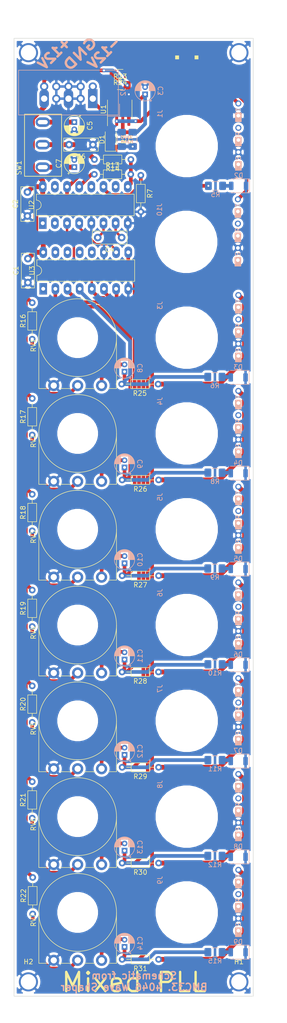
<source format=kicad_pcb>
(kicad_pcb (version 20171130) (host pcbnew "(5.1.5)-3")
  (layers (0 F.Cu signal) (31 B.Cu signal) (34 B.Paste user) (35 F.Paste user) (36 B.SilkS user) (37 F.SilkS user) (38 B.Mask user) (39 F.Mask user) (44 Edge.Cuts user))
  (net 0 "")
  (net 1 GND)
  (net 2 +12V)
  (net 3 -12V)
  (net 4 "Net-(C6-Pad2)")
  (net 5 "Net-(D1-Pad2)")
  (net 6 /Clk_in)
  (net 7 "Net-(D6-Pad2)")
  (net 8 "Net-(J3-PadTN)")
  (net 9 "Net-(J3-PadRN)")
  (net 10 "Net-(J3-PadSN)")
  (net 11 "Net-(J3-PadT)")
  (net 12 "Net-(J3-PadR)")
  (net 13 "Net-(J4-PadRN)")
  (net 14 "Net-(J4-PadSN)")
  (net 15 /IN)
  (net 16 "Net-(J4-PadR)")
  (net 17 "Net-(J5-PadTN)")
  (net 18 "Net-(J5-PadRN)")
  (net 19 "Net-(J5-PadSN)")
  (net 20 "Net-(J5-PadT)")
  (net 21 "Net-(J5-PadR)")
  (net 22 "Net-(J6-PadTN)")
  (net 23 "Net-(J6-PadRN)")
  (net 24 "Net-(J6-PadSN)")
  (net 25 "Net-(J6-PadT)")
  (net 26 "Net-(J6-PadR)")
  (net 27 "Net-(J7-PadTN)")
  (net 28 "Net-(J7-PadRN)")
  (net 29 "Net-(J7-PadSN)")
  (net 30 "Net-(J7-PadT)")
  (net 31 "Net-(J7-PadR)")
  (net 32 "Net-(J8-PadTN)")
  (net 33 "Net-(J8-PadRN)")
  (net 34 "Net-(J8-PadSN)")
  (net 35 "Net-(J8-PadT)")
  (net 36 "Net-(J8-PadR)")
  (net 37 "Net-(J9-PadTN)")
  (net 38 "Net-(J9-PadRN)")
  (net 39 "Net-(J9-PadSN)")
  (net 40 "Net-(J9-PadT)")
  (net 41 "Net-(J9-PadR)")
  (net 42 "Net-(J10-PadTN)")
  (net 43 "Net-(J10-PadRN)")
  (net 44 "Net-(J10-PadSN)")
  (net 45 "Net-(J10-PadT)")
  (net 46 "Net-(J10-PadR)")
  (net 47 "Net-(R1-Pad2)")
  (net 48 "Net-(R13-Pad1)")
  (net 49 "Net-(R16-Pad1)")
  (net 50 "Net-(R17-Pad1)")
  (net 51 "Net-(R18-Pad1)")
  (net 52 /M8)
  (net 53 /M4)
  (net 54 /M2)
  (net 55 /M1)
  (net 56 /D2)
  (net 57 /D4)
  (net 58 /D8)
  (net 59 /Clk_out)
  (net 60 "Net-(U3-Pad15)")
  (net 61 "Net-(U3-Pad14)")
  (net 62 "Net-(U3-Pad13)")
  (net 63 "Net-(U3-Pad12)")
  (net 64 "Net-(U3-Pad1)")
  (net 65 "Net-(C8-Pad2)")
  (net 66 "Net-(C4-Pad2)")
  (net 67 "Net-(C4-Pad1)")
  (net 68 "Net-(C5-Pad1)")
  (net 69 "Net-(C7-Pad1)")
  (net 70 "Net-(D2-Pad2)")
  (net 71 "Net-(J1-PadRN)")
  (net 72 "Net-(J1-PadSN)")
  (net 73 "Net-(J1-PadR)")
  (net 74 "Net-(J4-PadTN)")
  (net 75 "Net-(J4-PadT)")
  (net 76 "Net-(R7-Pad1)")
  (net 77 "Net-(U2-Pad15)")
  (net 78 "Net-(U2-Pad12)")
  (net 79 "Net-(U2-Pad10)")
  (net 80 "Net-(U2-Pad2)")
  (net 81 "Net-(U2-Pad1)")
  (net 82 "Net-(C9-Pad2)")
  (net 83 "Net-(C10-Pad2)")
  (net 84 "Net-(C11-Pad2)")
  (net 85 "Net-(C12-Pad2)")
  (net 86 "Net-(C13-Pad2)")
  (net 87 "Net-(C14-Pad2)")
  (net 88 "Net-(D3-Pad2)")
  (net 89 "Net-(D4-Pad2)")
  (net 90 "Net-(D5-Pad2)")
  (net 91 "Net-(D7-Pad2)")
  (net 92 "Net-(D8-Pad2)")
  (net 93 "Net-(D9-Pad2)")
  (net 94 "Net-(R3-Pad2)")
  (net 95 "Net-(R13-Pad2)")
  (net 96 "Net-(R16-Pad2)")
  (net 97 "Net-(R19-Pad1)")
  (net 98 "Net-(R20-Pad1)")
  (net 99 "Net-(R21-Pad1)")
  (net 100 "Net-(R22-Pad1)")
  (net 101 "Net-(R23-Pad1)")
  (module Resistor_SMD:R_1206_3216Metric_Pad1.42x1.75mm_HandSolder (layer B.Cu) (at 54.1 182.8)
    (fp_text reference R12 (at 0 1.82) (layer B.SilkS) (effects (justify mirror)))
    (fp_text value 1k)
    (pad 2 smd roundrect (at 1.4875 0) (size 1.425 1.75) (layers B.Cu B.Paste B.Mask) (roundrect_rratio 0.175439) (net 92 "Net-(D8-Pad2)"))
    (pad 1 smd roundrect (at -1.4875 0) (size 1.425 1.75) (layers B.Cu B.Paste B.Mask) (roundrect_rratio 0.175439) (net 53 /M4))
  )
  (module Resistor_SMD:R_1206_3216Metric_Pad1.42x1.75mm_HandSolder (layer B.Cu) (at 54.1125 162.8)
    (fp_text reference R11 (at 0 1.82) (layer B.SilkS) (effects (justify mirror)))
    (fp_text value 1k)
    (pad 2 smd roundrect (at 1.4875 0) (size 1.425 1.75) (layers B.Cu B.Paste B.Mask) (roundrect_rratio 0.175439) (net 91 "Net-(D7-Pad2)"))
    (pad 1 smd roundrect (at -1.4875 0) (size 1.425 1.75) (layers B.Cu B.Paste B.Mask) (roundrect_rratio 0.175439) (net 54 /M2))
  )
  (module Resistor_SMD:R_1206_3216Metric_Pad1.42x1.75mm_HandSolder (layer B.Cu) (at 54.1125 142.8)
    (fp_text reference R10 (at 0 1.82) (layer B.SilkS) (effects (justify mirror)))
    (fp_text value 1k)
    (pad 2 smd roundrect (at 1.4875 0) (size 1.425 1.75) (layers B.Cu B.Paste B.Mask) (roundrect_rratio 0.175439) (net 7 "Net-(D6-Pad2)"))
    (pad 1 smd roundrect (at -1.4875 0) (size 1.425 1.75) (layers B.Cu B.Paste B.Mask) (roundrect_rratio 0.175439) (net 55 /M1))
  )
  (module Resistor_SMD:R_1206_3216Metric_Pad1.42x1.75mm_HandSolder (layer B.Cu) (at 54.0875 122.8)
    (fp_text reference R9 (at 0 1.82) (layer B.SilkS) (effects (justify mirror)))
    (fp_text value 1k)
    (pad 2 smd roundrect (at 1.4875 0) (size 1.425 1.75) (layers B.Cu B.Paste B.Mask) (roundrect_rratio 0.175439) (net 90 "Net-(D5-Pad2)"))
    (pad 1 smd roundrect (at -1.4875 0) (size 1.425 1.75) (layers B.Cu B.Paste B.Mask) (roundrect_rratio 0.175439) (net 56 /D2))
  )
  (module Resistor_SMD:R_1206_3216Metric_Pad1.42x1.75mm_HandSolder (layer B.Cu) (at 54.1125 102.8)
    (fp_text reference R8 (at 0 1.82) (layer B.SilkS) (effects (justify mirror)))
    (fp_text value 1k)
    (pad 2 smd roundrect (at 1.4875 0) (size 1.425 1.75) (layers B.Cu B.Paste B.Mask) (roundrect_rratio 0.175439) (net 89 "Net-(D4-Pad2)"))
    (pad 1 smd roundrect (at -1.4875 0) (size 1.425 1.75) (layers B.Cu B.Paste B.Mask) (roundrect_rratio 0.175439) (net 57 /D4))
  )
  (module Resistor_SMD:R_1206_3216Metric_Pad1.42x1.75mm_HandSolder (layer B.Cu) (at 54.0875 82.8)
    (fp_text reference R6 (at 0 1.82) (layer B.SilkS) (effects (justify mirror)))
    (fp_text value 1k)
    (pad 2 smd roundrect (at 1.4875 0) (size 1.425 1.75) (layers B.Cu B.Paste B.Mask) (roundrect_rratio 0.175439) (net 88 "Net-(D3-Pad2)"))
    (pad 1 smd roundrect (at -1.4875 0) (size 1.425 1.75) (layers B.Cu B.Paste B.Mask) (roundrect_rratio 0.175439) (net 58 /D8))
  )
  (module Resistor_SMD:R_1206_3216Metric_Pad1.42x1.75mm_HandSolder (layer B.Cu) (at 54.2125 42.9)
    (fp_text reference R5 (at 0 1.82) (layer B.SilkS) (effects (justify mirror)))
    (fp_text value 1k)
    (pad 2 smd roundrect (at 1.4875 0) (size 1.425 1.75) (layers B.Cu B.Paste B.Mask) (roundrect_rratio 0.175439) (net 70 "Net-(D2-Pad2)"))
    (pad 1 smd roundrect (at -1.4875 0) (size 1.425 1.75) (layers B.Cu B.Paste B.Mask) (roundrect_rratio 0.175439) (net 6 /Clk_in))
  )
  (module Resistor_SMD:R_1206_3216Metric_Pad1.42x1.75mm_HandSolder (layer B.Cu) (at 34.6 33.2 90)
    (fp_text reference R2 (at 0 1.82 90) (layer B.SilkS) (effects (justify mirror)))
    (fp_text value 100k)
    (pad 2 smd roundrect (at 1.4875 0 90) (size 1.425 1.75) (layers B.Cu B.Paste B.Mask) (roundrect_rratio 0.175439) (net 1 GND))
    (pad 1 smd roundrect (at -1.4875 0 90) (size 1.425 1.75) (layers B.Cu B.Paste B.Mask) (roundrect_rratio 0.175439) (net 47 "Net-(R1-Pad2)"))
  )
  (module Resistor_SMD:R_1206_3216Metric_Pad1.42x1.75mm_HandSolder (layer B.Cu) (at 36.9 33.2 270)
    (fp_text reference R1 (at 0 1.82 90) (layer B.SilkS) (effects (justify mirror)))
    (fp_text value 100k)
    (pad 2 smd roundrect (at 1.4875 0 270) (size 1.425 1.75) (layers B.Cu B.Paste B.Mask) (roundrect_rratio 0.175439) (net 47 "Net-(R1-Pad2)"))
    (pad 1 smd roundrect (at -1.4875 0 270) (size 1.425 1.75) (layers B.Cu B.Paste B.Mask) (roundrect_rratio 0.175439) (net 2 +12V))
  )
  (module LED_SMD:LED_1206_3216Metric_ReverseMount_Hole1.8x2.4mm (layer B.Cu) (at 58.95 183 180)
    (fp_text reference D8 (at 0 2.145) (layer B.SilkS) (effects (justify mirror)))
    (fp_text value LED)
    (pad "" np_thru_hole oval (at 0 0 180) (size 1.8 2.4) (drill oval 1.8 2.4) (layers *.Cu *.Mask))
    (pad 2 smd roundrect (at 1.55 0 180) (size 0.95 1.75) (layers B.Cu B.Paste B.Mask) (roundrect_rratio 0.2) (net 92 "Net-(D8-Pad2)"))
    (pad 1 smd roundrect (at -1.55 0 180) (size 0.95 1.75) (layers B.Cu B.Paste B.Mask) (roundrect_rratio 0.2) (net 1 GND))
  )
  (module LED_SMD:LED_1206_3216Metric_ReverseMount_Hole1.8x2.4mm (layer B.Cu) (at 58.95 163 180)
    (fp_text reference D7 (at 0 2.145) (layer B.SilkS) (effects (justify mirror)))
    (fp_text value LED)
    (pad "" np_thru_hole oval (at 0 0 180) (size 1.8 2.4) (drill oval 1.8 2.4) (layers *.Cu *.Mask))
    (pad 2 smd roundrect (at 1.55 0 180) (size 0.95 1.75) (layers B.Cu B.Paste B.Mask) (roundrect_rratio 0.2) (net 91 "Net-(D7-Pad2)"))
    (pad 1 smd roundrect (at -1.55 0 180) (size 0.95 1.75) (layers B.Cu B.Paste B.Mask) (roundrect_rratio 0.2) (net 1 GND))
  )
  (module LED_SMD:LED_1206_3216Metric_ReverseMount_Hole1.8x2.4mm (layer B.Cu) (at 58.95 142.9 180)
    (fp_text reference D6 (at 0 2.145) (layer B.SilkS) (effects (justify mirror)))
    (fp_text value LED)
    (pad "" np_thru_hole oval (at 0 0 180) (size 1.8 2.4) (drill oval 1.8 2.4) (layers *.Cu *.Mask))
    (pad 2 smd roundrect (at 1.55 0 180) (size 0.95 1.75) (layers B.Cu B.Paste B.Mask) (roundrect_rratio 0.2) (net 7 "Net-(D6-Pad2)"))
    (pad 1 smd roundrect (at -1.55 0 180) (size 0.95 1.75) (layers B.Cu B.Paste B.Mask) (roundrect_rratio 0.2) (net 1 GND))
  )
  (module LED_SMD:LED_1206_3216Metric_ReverseMount_Hole1.8x2.4mm (layer B.Cu) (at 58.95 122.9 180)
    (fp_text reference D5 (at 0 2.145) (layer B.SilkS) (effects (justify mirror)))
    (fp_text value LED)
    (pad "" np_thru_hole oval (at 0 0 180) (size 1.8 2.4) (drill oval 1.8 2.4) (layers *.Cu *.Mask))
    (pad 2 smd roundrect (at 1.55 0 180) (size 0.95 1.75) (layers B.Cu B.Paste B.Mask) (roundrect_rratio 0.2) (net 90 "Net-(D5-Pad2)"))
    (pad 1 smd roundrect (at -1.55 0 180) (size 0.95 1.75) (layers B.Cu B.Paste B.Mask) (roundrect_rratio 0.2) (net 1 GND))
  )
  (module LED_SMD:LED_1206_3216Metric_ReverseMount_Hole1.8x2.4mm (layer B.Cu) (at 58.95 102.9 180)
    (fp_text reference D4 (at 0 2.145) (layer B.SilkS) (effects (justify mirror)))
    (fp_text value LED)
    (pad "" np_thru_hole oval (at 0 0 180) (size 1.8 2.4) (drill oval 1.8 2.4) (layers *.Cu *.Mask))
    (pad 2 smd roundrect (at 1.55 0 180) (size 0.95 1.75) (layers B.Cu B.Paste B.Mask) (roundrect_rratio 0.2) (net 89 "Net-(D4-Pad2)"))
    (pad 1 smd roundrect (at -1.55 0 180) (size 0.95 1.75) (layers B.Cu B.Paste B.Mask) (roundrect_rratio 0.2) (net 1 GND))
  )
  (module LED_SMD:LED_1206_3216Metric_ReverseMount_Hole1.8x2.4mm (layer B.Cu) (at 58.95 82.9 180)
    (fp_text reference D3 (at 0 2.145) (layer B.SilkS) (effects (justify mirror)))
    (fp_text value LED)
    (pad "" np_thru_hole oval (at 0 0 180) (size 1.8 2.4) (drill oval 1.8 2.4) (layers *.Cu *.Mask))
    (pad 2 smd roundrect (at 1.55 0 180) (size 0.95 1.75) (layers B.Cu B.Paste B.Mask) (roundrect_rratio 0.2) (net 88 "Net-(D3-Pad2)"))
    (pad 1 smd roundrect (at -1.55 0 180) (size 0.95 1.75) (layers B.Cu B.Paste B.Mask) (roundrect_rratio 0.2) (net 1 GND))
  )
  (module LED_SMD:LED_1206_3216Metric_ReverseMount_Hole1.8x2.4mm (layer B.Cu) (at 59.05 42.9 180)
    (fp_text reference D2 (at 0 2.145) (layer B.SilkS) (effects (justify mirror)))
    (fp_text value LED)
    (pad "" np_thru_hole oval (at 0 0 180) (size 1.8 2.4) (drill oval 1.8 2.4) (layers *.Cu *.Mask))
    (pad 2 smd roundrect (at 1.55 0 180) (size 0.95 1.75) (layers B.Cu B.Paste B.Mask) (roundrect_rratio 0.2) (net 70 "Net-(D2-Pad2)"))
    (pad 1 smd roundrect (at -1.55 0 180) (size 0.95 1.75) (layers B.Cu B.Paste B.Mask) (roundrect_rratio 0.2) (net 1 GND))
  )
  (module Capacitor_THT:CP_Radial_D4.0mm_P1.50mm (layer B.Cu) (at 39.5 23.8 90)
    (fp_text reference C3 (at 0.75 3.25 270) (layer B.SilkS) (effects (justify mirror)))
    (fp_text value 10u)
    (pad 2 thru_hole circle (at 1.5 0 90) (size 1.2 1.2) (drill 0.6) (layers *.Cu *.Mask) (net 1 GND))
    (pad 1 thru_hole rect (at 0 0 90) (size 1.2 1.2) (drill 0.6) (layers *.Cu *.Mask) (net 2 +12V))
  )
  (module Capacitor_THT:CP_Radial_D4.0mm_P1.50mm (layer B.Cu) (at 35.2 201.8 90)
    (fp_text reference C14 (at 0.75 3.25 90) (layer B.SilkS) (effects (justify mirror)))
    (fp_text value 1u)
    (pad 2 thru_hole circle (at 1.5 0 90) (size 1.2 1.2) (drill 0.6) (layers *.Cu *.Mask) (net 87 "Net-(C14-Pad2)"))
    (pad 1 thru_hole rect (at 0 0 90) (size 1.2 1.2) (drill 0.6) (layers *.Cu *.Mask) (net 52 /M8))
  )
  (module Capacitor_THT:CP_Radial_D4.0mm_P1.50mm (layer B.Cu) (at 35.2 181.7 90)
    (fp_text reference C13 (at 0.75 3.25 90) (layer B.SilkS) (effects (justify mirror)))
    (fp_text value 1u)
    (pad 2 thru_hole circle (at 1.5 0 90) (size 1.2 1.2) (drill 0.6) (layers *.Cu *.Mask) (net 86 "Net-(C13-Pad2)"))
    (pad 1 thru_hole rect (at 0 0 90) (size 1.2 1.2) (drill 0.6) (layers *.Cu *.Mask) (net 53 /M4))
  )
  (module Capacitor_THT:CP_Radial_D4.0mm_P1.50mm (layer B.Cu) (at 35.2 161.7 90)
    (fp_text reference C12 (at 0.75 3.25 90) (layer B.SilkS) (effects (justify mirror)))
    (fp_text value 1u)
    (pad 2 thru_hole circle (at 1.5 0 90) (size 1.2 1.2) (drill 0.6) (layers *.Cu *.Mask) (net 85 "Net-(C12-Pad2)"))
    (pad 1 thru_hole rect (at 0 0 90) (size 1.2 1.2) (drill 0.6) (layers *.Cu *.Mask) (net 54 /M2))
  )
  (module Capacitor_THT:CP_Radial_D4.0mm_P1.50mm (layer B.Cu) (at 35.2 141.8 90)
    (fp_text reference C11 (at 0.75 3.25 90) (layer B.SilkS) (effects (justify mirror)))
    (fp_text value 1u)
    (pad 2 thru_hole circle (at 1.5 0 90) (size 1.2 1.2) (drill 0.6) (layers *.Cu *.Mask) (net 84 "Net-(C11-Pad2)"))
    (pad 1 thru_hole rect (at 0 0 90) (size 1.2 1.2) (drill 0.6) (layers *.Cu *.Mask) (net 55 /M1))
  )
  (module Capacitor_THT:CP_Radial_D4.0mm_P1.50mm (layer B.Cu) (at 35.2 121.7 90)
    (fp_text reference C10 (at 0.75 3.25 90) (layer B.SilkS) (effects (justify mirror)))
    (fp_text value 1u)
    (pad 2 thru_hole circle (at 1.5 0 90) (size 1.2 1.2) (drill 0.6) (layers *.Cu *.Mask) (net 83 "Net-(C10-Pad2)"))
    (pad 1 thru_hole rect (at 0 0 90) (size 1.2 1.2) (drill 0.6) (layers *.Cu *.Mask) (net 56 /D2))
  )
  (module Capacitor_THT:CP_Radial_D4.0mm_P1.50mm (layer B.Cu) (at 35.2 101.7 90)
    (fp_text reference C9 (at 0.75 3.25 90) (layer B.SilkS) (effects (justify mirror)))
    (fp_text value 1u)
    (pad 2 thru_hole circle (at 1.5 0 90) (size 1.2 1.2) (drill 0.6) (layers *.Cu *.Mask) (net 82 "Net-(C9-Pad2)"))
    (pad 1 thru_hole rect (at 0 0 90) (size 1.2 1.2) (drill 0.6) (layers *.Cu *.Mask) (net 57 /D4))
  )
  (module Capacitor_THT:CP_Radial_D4.0mm_P1.50mm (layer B.Cu) (at 35.2 81.7 90)
    (fp_text reference C8 (at 0.75 3.25 90) (layer B.SilkS) (effects (justify mirror)))
    (fp_text value 1u)
    (pad 2 thru_hole circle (at 1.5 0 90) (size 1.2 1.2) (drill 0.6) (layers *.Cu *.Mask) (net 65 "Net-(C8-Pad2)"))
    (pad 1 thru_hole rect (at 0 0 90) (size 1.2 1.2) (drill 0.6) (layers *.Cu *.Mask) (net 58 /D8))
  )
  (module Capacitor_THT:CP_Radial_D4.0mm_P1.50mm (layer F.Cu) (at 24.7 39 90)
    (fp_text reference C7 (at 0.75 -3.25 90) (layer F.SilkS))
    (fp_text value 10u)
    (pad 2 thru_hole circle (at 1.5 0 90) (size 1.2 1.2) (drill 0.6) (layers *.Cu *.Mask) (net 1 GND))
    (pad 1 thru_hole rect (at 0 0 90) (size 1.2 1.2) (drill 0.6) (layers *.Cu *.Mask) (net 69 "Net-(C7-Pad1)"))
  )
  (module Capacitor_THT:CP_Radial_D4.0mm_P1.50mm (layer F.Cu) (at 24.7 29.6 270)
    (fp_text reference C5 (at 0.75 -3.25 90) (layer F.SilkS))
    (fp_text value 1u)
    (pad 2 thru_hole circle (at 1.5 0 270) (size 1.2 1.2) (drill 0.6) (layers *.Cu *.Mask) (net 1 GND))
    (pad 1 thru_hole rect (at 0 0 270) (size 1.2 1.2) (drill 0.6) (layers *.Cu *.Mask) (net 68 "Net-(C5-Pad1)"))
  )
  (module telec:SW_L13.2mm_W7.9mm_P4.7mm (layer F.Cu) (at 18.1 34.3 90)
    (fp_text reference SW1 (at -4.826 -4.953 90) (layer F.SilkS))
    (fp_text value "Freq range")
    (pad 3 thru_hole oval (at 4.699 0 90) (size 2 3) (drill oval 0.9 2.1) (layers *.Cu *.Mask) (net 68 "Net-(C5-Pad1)"))
    (pad 2 thru_hole oval (at 0 0 90) (size 2 3) (drill oval 0.9 2.1) (layers *.Cu *.Mask) (net 4 "Net-(C6-Pad2)"))
    (pad 1 thru_hole oval (at -4.699 0 90) (size 2 3) (drill oval 0.9 2.1) (layers *.Cu *.Mask) (net 69 "Net-(C7-Pad1)"))
  )
  (module logo:telec-8 (layer F.Cu) (at 48.2 18.1)
    (fp_text reference LOGO1 hide)
    (fp_text value telec hide)
    (fp_poly (pts (xy 3.27025 -4.064) (xy 4.064 -4.064) (xy 4.064 -3.2385) (xy 3.27025 -3.2385) (xy 3.27025 -4.064)) (layer F.Cu) (width 0.01))
    (fp_poly (pts (xy 3.27025 -2.413) (xy 2.44475 -2.413) (xy 2.44475 -1.61925) (xy 1.651 -1.61925) (xy 1.651 -3.2385) (xy 3.27025 -3.2385) (xy 3.27025 -2.413)) (layer F.Cu) (width 0.01))
    (fp_poly (pts (xy -4.064 -3.2385) (xy -4.064 -4.064) (xy -3.2385 -4.064) (xy -3.2385 -3.2385) (xy -4.064 -3.2385)) (layer F.Cu) (width 0.01))
    (fp_poly (pts (xy -1.61925 -3.2385) (xy -1.61925 -1.61925) (xy -2.413 -1.61925) (xy -2.413 -2.413) (xy -3.2385 -2.413) (xy -3.2385 -3.2385) (xy -1.61925 -3.2385)) (layer F.Cu) (width 0.01))
    (fp_poly (pts (xy 0.8255 0.03175) (xy 1.651 0.03175) (xy 1.651 0.8255) (xy -1.61925 0.8255) (xy -1.61925 0.03175) (xy -0.79375 0.03175) (xy -0.79375 -1.61925) (xy 0.8255 -1.61925) (xy 0.8255 0.03175)) (layer F.Cu) (width 0.01))
  )
  (module Package_SO:SOIC-8_3.9x4.9mm_P1.27mm (layer F.Cu) (at 34.195 26.925 90)
    (fp_text reference U1 (at 0 -3.4 90) (layer F.SilkS))
    (fp_text value TL082)
    (pad 8 smd roundrect (at 2.475 -1.905 90) (size 1.95 0.6) (layers F.Cu F.Paste F.Mask) (net 2 +12V))
    (pad 7 smd roundrect (at 2.475 -0.635 90) (size 1.95 0.6) (layers F.Cu F.Paste F.Mask) (net 101 "Net-(R23-Pad1)"))
    (pad 6 smd roundrect (at 2.475 0.635 90) (size 1.95 0.6) (layers F.Cu F.Paste F.Mask) (net 96 "Net-(R16-Pad2)"))
    (pad 5 smd roundrect (at 2.475 1.905 90) (size 1.95 0.6) (layers F.Cu F.Paste F.Mask) (net 1 GND))
    (pad 4 smd roundrect (at -2.475 1.905 90) (size 1.95 0.6) (layers F.Cu F.Paste F.Mask) (net 3 -12V))
    (pad 3 smd roundrect (at -2.475 0.635 90) (size 1.95 0.6) (layers F.Cu F.Paste F.Mask) (net 94 "Net-(R3-Pad2)"))
    (pad 2 smd roundrect (at -2.475 -0.635 90) (size 1.95 0.6) (layers F.Cu F.Paste F.Mask) (net 15 /IN))
    (pad 1 smd roundrect (at -2.475 -1.905 90) (size 1.95 0.6) (layers F.Cu F.Paste F.Mask) (net 5 "Net-(D1-Pad2)"))
  )
  (module Resistor_SMD:R_1206_3216Metric_Pad1.42x1.75mm_HandSolder (layer F.Cu) (at 34.2875 21.9)
    (fp_text reference R23 (at 0 -1.82) (layer F.SilkS))
    (fp_text value 100k)
    (pad 2 smd roundrect (at 1.4875 0) (size 1.425 1.75) (layers F.Cu F.Paste F.Mask) (roundrect_rratio 0.175439) (net 96 "Net-(R16-Pad2)"))
    (pad 1 smd roundrect (at -1.4875 0) (size 1.425 1.75) (layers F.Cu F.Paste F.Mask) (roundrect_rratio 0.175439) (net 101 "Net-(R23-Pad1)"))
  )
  (module Resistor_SMD:R_1206_3216Metric_Pad1.42x1.75mm_HandSolder (layer F.Cu) (at 34.6 33.2 270)
    (fp_text reference R4 (at 0 -1.82 90) (layer F.SilkS))
    (fp_text value 100k)
    (pad 2 smd roundrect (at 1.4875 0 270) (size 1.425 1.75) (layers F.Cu F.Paste F.Mask) (roundrect_rratio 0.175439) (net 6 /Clk_in))
    (pad 1 smd roundrect (at -1.4875 0 270) (size 1.425 1.75) (layers F.Cu F.Paste F.Mask) (roundrect_rratio 0.175439) (net 94 "Net-(R3-Pad2)"))
  )
  (module Resistor_SMD:R_1206_3216Metric_Pad1.42x1.75mm_HandSolder (layer F.Cu) (at 36.9 33.1875 90)
    (fp_text reference R3 (at 0 -1.82 90) (layer F.SilkS))
    (fp_text value 100k)
    (pad 2 smd roundrect (at 1.4875 0 90) (size 1.425 1.75) (layers F.Cu F.Paste F.Mask) (roundrect_rratio 0.175439) (net 94 "Net-(R3-Pad2)"))
    (pad 1 smd roundrect (at -1.4875 0 90) (size 1.425 1.75) (layers F.Cu F.Paste F.Mask) (roundrect_rratio 0.175439) (net 47 "Net-(R1-Pad2)"))
  )
  (module Resistor_SMD:R_1206_3216Metric_Pad1.42x1.75mm_HandSolder (layer F.Cu) (at 34.2875 19.5 180)
    (fp_text reference R24 (at 0 -1.82) (layer F.SilkS))
    (fp_text value 1k)
    (pad 2 smd roundrect (at 1.4875 0 180) (size 1.425 1.75) (layers F.Cu F.Paste F.Mask) (roundrect_rratio 0.175439) (net 101 "Net-(R23-Pad1)"))
    (pad 1 smd roundrect (at -1.4875 0 180) (size 1.425 1.75) (layers F.Cu F.Paste F.Mask) (roundrect_rratio 0.175439) (net 45 "Net-(J10-PadT)"))
  )
  (module Diode_SMD:D_1206_3216Metric_Pad1.42x1.75mm_HandSolder (layer F.Cu) (at 32.3 33.2125 90)
    (fp_text reference D1 (at 0 -1.82 90) (layer F.SilkS))
    (fp_text value 1N4148)
    (pad 2 smd roundrect (at 1.4875 0 90) (size 1.425 1.75) (layers F.Cu F.Paste F.Mask) (roundrect_rratio 0.175439) (net 5 "Net-(D1-Pad2)"))
    (pad 1 smd roundrect (at -1.4875 0 90) (size 1.425 1.75) (layers F.Cu F.Paste F.Mask) (roundrect_rratio 0.175439) (net 6 /Clk_in))
  )
  (module Package_DIP:DIP-16_W7.62mm_LongPads (layer F.Cu) (at 18.2 64.4 90)
    (fp_text reference U3 (at 3.81 -2.33 90) (layer F.SilkS))
    (fp_text value CD4040)
    (pad 16 thru_hole oval (at 7.62 0 90) (size 2.4 1.6) (drill 0.8) (layers *.Cu *.Mask) (net 2 +12V))
    (pad 8 thru_hole oval (at 0 17.78 90) (size 2.4 1.6) (drill 0.8) (layers *.Cu *.Mask) (net 1 GND))
    (pad 15 thru_hole oval (at 7.62 2.54 90) (size 2.4 1.6) (drill 0.8) (layers *.Cu *.Mask) (net 60 "Net-(U3-Pad15)"))
    (pad 7 thru_hole oval (at 0 15.24 90) (size 2.4 1.6) (drill 0.8) (layers *.Cu *.Mask) (net 53 /M4))
    (pad 14 thru_hole oval (at 7.62 5.08 90) (size 2.4 1.6) (drill 0.8) (layers *.Cu *.Mask) (net 61 "Net-(U3-Pad14)"))
    (pad 6 thru_hole oval (at 0 12.7 90) (size 2.4 1.6) (drill 0.8) (layers *.Cu *.Mask) (net 54 /M2))
    (pad 13 thru_hole oval (at 7.62 7.62 90) (size 2.4 1.6) (drill 0.8) (layers *.Cu *.Mask) (net 62 "Net-(U3-Pad13)"))
    (pad 5 thru_hole oval (at 0 10.16 90) (size 2.4 1.6) (drill 0.8) (layers *.Cu *.Mask) (net 55 /M1))
    (pad 12 thru_hole oval (at 7.62 10.16 90) (size 2.4 1.6) (drill 0.8) (layers *.Cu *.Mask) (net 63 "Net-(U3-Pad12)"))
    (pad 4 thru_hole oval (at 0 7.62 90) (size 2.4 1.6) (drill 0.8) (layers *.Cu *.Mask) (net 58 /D8))
    (pad 11 thru_hole oval (at 7.62 12.7 90) (size 2.4 1.6) (drill 0.8) (layers *.Cu *.Mask) (net 1 GND))
    (pad 3 thru_hole oval (at 0 5.08 90) (size 2.4 1.6) (drill 0.8) (layers *.Cu *.Mask) (net 56 /D2))
    (pad 10 thru_hole oval (at 7.62 15.24 90) (size 2.4 1.6) (drill 0.8) (layers *.Cu *.Mask) (net 59 /Clk_out))
    (pad 2 thru_hole oval (at 0 2.54 90) (size 2.4 1.6) (drill 0.8) (layers *.Cu *.Mask) (net 57 /D4))
    (pad 9 thru_hole oval (at 7.62 17.78 90) (size 2.4 1.6) (drill 0.8) (layers *.Cu *.Mask) (net 52 /M8))
    (pad 1 thru_hole rect (at 0 0 90) (size 2.4 1.6) (drill 0.8) (layers *.Cu *.Mask) (net 64 "Net-(U3-Pad1)"))
  )
  (module Package_DIP:DIP-16_W7.62mm_LongPads (layer F.Cu) (at 18.1 50.7 90)
    (fp_text reference U2 (at 3.81 -2.33 90) (layer F.SilkS))
    (fp_text value CD4046)
    (pad 16 thru_hole oval (at 7.62 0 90) (size 2.4 1.6) (drill 0.8) (layers *.Cu *.Mask) (net 2 +12V))
    (pad 8 thru_hole oval (at 0 17.78 90) (size 2.4 1.6) (drill 0.8) (layers *.Cu *.Mask) (net 1 GND))
    (pad 15 thru_hole oval (at 7.62 2.54 90) (size 2.4 1.6) (drill 0.8) (layers *.Cu *.Mask) (net 77 "Net-(U2-Pad15)"))
    (pad 7 thru_hole oval (at 0 15.24 90) (size 2.4 1.6) (drill 0.8) (layers *.Cu *.Mask) (net 67 "Net-(C4-Pad1)"))
    (pad 14 thru_hole oval (at 7.62 5.08 90) (size 2.4 1.6) (drill 0.8) (layers *.Cu *.Mask) (net 6 /Clk_in))
    (pad 6 thru_hole oval (at 0 12.7 90) (size 2.4 1.6) (drill 0.8) (layers *.Cu *.Mask) (net 66 "Net-(C4-Pad2)"))
    (pad 13 thru_hole oval (at 7.62 7.62 90) (size 2.4 1.6) (drill 0.8) (layers *.Cu *.Mask) (net 48 "Net-(R13-Pad1)"))
    (pad 5 thru_hole oval (at 0 10.16 90) (size 2.4 1.6) (drill 0.8) (layers *.Cu *.Mask) (net 1 GND))
    (pad 12 thru_hole oval (at 7.62 10.16 90) (size 2.4 1.6) (drill 0.8) (layers *.Cu *.Mask) (net 78 "Net-(U2-Pad12)"))
    (pad 4 thru_hole oval (at 0 7.62 90) (size 2.4 1.6) (drill 0.8) (layers *.Cu *.Mask) (net 59 /Clk_out))
    (pad 11 thru_hole oval (at 7.62 12.7 90) (size 2.4 1.6) (drill 0.8) (layers *.Cu *.Mask) (net 76 "Net-(R7-Pad1)"))
    (pad 3 thru_hole oval (at 0 5.08 90) (size 2.4 1.6) (drill 0.8) (layers *.Cu *.Mask) (net 55 /M1))
    (pad 10 thru_hole oval (at 7.62 15.24 90) (size 2.4 1.6) (drill 0.8) (layers *.Cu *.Mask) (net 79 "Net-(U2-Pad10)"))
    (pad 2 thru_hole oval (at 0 2.54 90) (size 2.4 1.6) (drill 0.8) (layers *.Cu *.Mask) (net 80 "Net-(U2-Pad2)"))
    (pad 9 thru_hole oval (at 7.62 17.78 90) (size 2.4 1.6) (drill 0.8) (layers *.Cu *.Mask) (net 95 "Net-(R13-Pad2)"))
    (pad 1 thru_hole rect (at 0 0 90) (size 2.4 1.6) (drill 0.8) (layers *.Cu *.Mask) (net 81 "Net-(U2-Pad1)"))
  )
  (module Kosmo_panel:Kosmo_Panel_Dual_Mounting_Holes (layer F.Cu) (at 15.1 209.1)
    (fp_text reference H2 (at 0 -4.2) (layer F.SilkS))
    (fp_text value Mounting_Holes)
    (pad 1 thru_hole circle (at 0.0127 -194.0052) (size 4 4) (drill 3.2) (layers *.Cu *.Mask) (net 1 GND))
    (pad 1 thru_hole circle (at 0 0) (size 4 4) (drill 3.2) (layers *.Cu *.Mask) (net 1 GND))
  )
  (module Kosmo_panel:Kosmo_Panel_Dual_Mounting_Holes (layer F.Cu) (at 59.1 209.1)
    (fp_text reference H1 (at 0 -4.2) (layer F.SilkS))
    (fp_text value Mounting_Holes)
    (pad 1 thru_hole circle (at 0.0127 -194.0052) (size 4 4) (drill 3.2) (layers *.Cu *.Mask) (net 1 GND))
    (pad 1 thru_hole circle (at 0 0) (size 4 4) (drill 3.2) (layers *.Cu *.Mask) (net 1 GND))
  )
  (module Potentiometer_THT:Potentiometer_Piher_T-16L_Single_Vertical_Hole (layer F.Cu) (at 30.4 204.6 90)
    (fp_text reference RV7 (at 8.415 -14.25 90) (layer F.SilkS))
    (fp_text value 100k)
    (pad "" np_thru_hole circle (at 10 -5 90) (size 7.5 7.5) (drill 7.5) (layers *.Cu *.Mask))
    (pad 1 thru_hole circle (at 0 0 90) (size 2.34 2.34) (drill 1.3) (layers *.Cu *.Mask) (net 87 "Net-(C14-Pad2)"))
    (pad 2 thru_hole circle (at 0 -5 90) (size 2.34 2.34) (drill 1.3) (layers *.Cu *.Mask) (net 100 "Net-(R22-Pad1)"))
    (pad 3 thru_hole circle (at 0 -10 90) (size 2.34 2.34) (drill 1.3) (layers *.Cu *.Mask) (net 1 GND))
  )
  (module Potentiometer_THT:Potentiometer_Piher_T-16L_Single_Vertical_Hole (layer F.Cu) (at 30.4 184.6 90)
    (fp_text reference RV6 (at 8.415 -14.25 90) (layer F.SilkS))
    (fp_text value 100k)
    (pad "" np_thru_hole circle (at 10 -5 90) (size 7.5 7.5) (drill 7.5) (layers *.Cu *.Mask))
    (pad 1 thru_hole circle (at 0 0 90) (size 2.34 2.34) (drill 1.3) (layers *.Cu *.Mask) (net 86 "Net-(C13-Pad2)"))
    (pad 2 thru_hole circle (at 0 -5 90) (size 2.34 2.34) (drill 1.3) (layers *.Cu *.Mask) (net 99 "Net-(R21-Pad1)"))
    (pad 3 thru_hole circle (at 0 -10 90) (size 2.34 2.34) (drill 1.3) (layers *.Cu *.Mask) (net 1 GND))
  )
  (module Potentiometer_THT:Potentiometer_Piher_T-16L_Single_Vertical_Hole (layer F.Cu) (at 30.4 164.6 90)
    (fp_text reference RV5 (at 8.415 -14.25 90) (layer F.SilkS))
    (fp_text value 100k)
    (pad "" np_thru_hole circle (at 10 -5 90) (size 7.5 7.5) (drill 7.5) (layers *.Cu *.Mask))
    (pad 1 thru_hole circle (at 0 0 90) (size 2.34 2.34) (drill 1.3) (layers *.Cu *.Mask) (net 85 "Net-(C12-Pad2)"))
    (pad 2 thru_hole circle (at 0 -5 90) (size 2.34 2.34) (drill 1.3) (layers *.Cu *.Mask) (net 98 "Net-(R20-Pad1)"))
    (pad 3 thru_hole circle (at 0 -10 90) (size 2.34 2.34) (drill 1.3) (layers *.Cu *.Mask) (net 1 GND))
  )
  (module Potentiometer_THT:Potentiometer_Piher_T-16L_Single_Vertical_Hole (layer F.Cu) (at 30.4 144.6 90)
    (fp_text reference RV4 (at 8.415 -14.25 90) (layer F.SilkS))
    (fp_text value 100k)
    (pad "" np_thru_hole circle (at 10 -5 90) (size 7.5 7.5) (drill 7.5) (layers *.Cu *.Mask))
    (pad 1 thru_hole circle (at 0 0 90) (size 2.34 2.34) (drill 1.3) (layers *.Cu *.Mask) (net 84 "Net-(C11-Pad2)"))
    (pad 2 thru_hole circle (at 0 -5 90) (size 2.34 2.34) (drill 1.3) (layers *.Cu *.Mask) (net 97 "Net-(R19-Pad1)"))
    (pad 3 thru_hole circle (at 0 -10 90) (size 2.34 2.34) (drill 1.3) (layers *.Cu *.Mask) (net 1 GND))
  )
  (module Potentiometer_THT:Potentiometer_Piher_T-16L_Single_Vertical_Hole (layer F.Cu) (at 30.4 124.6 90)
    (fp_text reference RV3 (at 8.415 -14.25 90) (layer F.SilkS))
    (fp_text value 100k)
    (pad "" np_thru_hole circle (at 10 -5 90) (size 7.5 7.5) (drill 7.5) (layers *.Cu *.Mask))
    (pad 1 thru_hole circle (at 0 0 90) (size 2.34 2.34) (drill 1.3) (layers *.Cu *.Mask) (net 83 "Net-(C10-Pad2)"))
    (pad 2 thru_hole circle (at 0 -5 90) (size 2.34 2.34) (drill 1.3) (layers *.Cu *.Mask) (net 51 "Net-(R18-Pad1)"))
    (pad 3 thru_hole circle (at 0 -10 90) (size 2.34 2.34) (drill 1.3) (layers *.Cu *.Mask) (net 1 GND))
  )
  (module Potentiometer_THT:Potentiometer_Piher_T-16L_Single_Vertical_Hole (layer F.Cu) (at 30.4 84.6 90)
    (fp_text reference RV1 (at 8.415 -14.25 90) (layer F.SilkS))
    (fp_text value 100k)
    (pad "" np_thru_hole circle (at 10 -5 90) (size 7.5 7.5) (drill 7.5) (layers *.Cu *.Mask))
    (pad 1 thru_hole circle (at 0 0 90) (size 2.34 2.34) (drill 1.3) (layers *.Cu *.Mask) (net 65 "Net-(C8-Pad2)"))
    (pad 2 thru_hole circle (at 0 -5 90) (size 2.34 2.34) (drill 1.3) (layers *.Cu *.Mask) (net 49 "Net-(R16-Pad1)"))
    (pad 3 thru_hole circle (at 0 -10 90) (size 2.34 2.34) (drill 1.3) (layers *.Cu *.Mask) (net 1 GND))
  )
  (module Potentiometer_THT:Potentiometer_Piher_T-16L_Single_Vertical_Hole (layer F.Cu) (at 30.4 104.6 90)
    (fp_text reference RV2 (at 8.415 -14.25 90) (layer F.SilkS))
    (fp_text value 100k)
    (pad "" np_thru_hole circle (at 10 -5 90) (size 7.5 7.5) (drill 7.5) (layers *.Cu *.Mask))
    (pad 1 thru_hole circle (at 0 0 90) (size 2.34 2.34) (drill 1.3) (layers *.Cu *.Mask) (net 82 "Net-(C9-Pad2)"))
    (pad 2 thru_hole circle (at 0 -5 90) (size 2.34 2.34) (drill 1.3) (layers *.Cu *.Mask) (net 50 "Net-(R17-Pad1)"))
    (pad 3 thru_hole circle (at 0 -10 90) (size 2.34 2.34) (drill 1.3) (layers *.Cu *.Mask) (net 1 GND))
  )
  (module Resistor_THT:R_Axial_DIN0204_L3.6mm_D1.6mm_P7.62mm_Horizontal (layer F.Cu) (at 42.32 204.4 180)
    (fp_text reference R31 (at 3.81 -1.92) (layer F.SilkS))
    (fp_text value 1k)
    (pad 2 thru_hole oval (at 7.62 0 180) (size 1.4 1.4) (drill 0.7) (layers *.Cu *.Mask) (net 52 /M8))
    (pad 1 thru_hole circle (at 0 0 180) (size 1.4 1.4) (drill 0.7) (layers *.Cu *.Mask) (net 40 "Net-(J9-PadT)"))
  )
  (module Resistor_THT:R_Axial_DIN0204_L3.6mm_D1.6mm_P7.62mm_Horizontal (layer F.Cu) (at 42.32 184.3 180)
    (fp_text reference R30 (at 3.81 -1.92) (layer F.SilkS))
    (fp_text value 1k)
    (pad 2 thru_hole oval (at 7.62 0 180) (size 1.4 1.4) (drill 0.7) (layers *.Cu *.Mask) (net 53 /M4))
    (pad 1 thru_hole circle (at 0 0 180) (size 1.4 1.4) (drill 0.7) (layers *.Cu *.Mask) (net 35 "Net-(J8-PadT)"))
  )
  (module Resistor_THT:R_Axial_DIN0204_L3.6mm_D1.6mm_P7.62mm_Horizontal (layer F.Cu) (at 42.32 164.3 180)
    (fp_text reference R29 (at 3.81 -1.92) (layer F.SilkS))
    (fp_text value 1k)
    (pad 2 thru_hole oval (at 7.62 0 180) (size 1.4 1.4) (drill 0.7) (layers *.Cu *.Mask) (net 54 /M2))
    (pad 1 thru_hole circle (at 0 0 180) (size 1.4 1.4) (drill 0.7) (layers *.Cu *.Mask) (net 30 "Net-(J7-PadT)"))
  )
  (module Resistor_THT:R_Axial_DIN0204_L3.6mm_D1.6mm_P7.62mm_Horizontal (layer F.Cu) (at 42.3 144.4 180)
    (fp_text reference R28 (at 3.81 -1.92) (layer F.SilkS))
    (fp_text value 1k)
    (pad 2 thru_hole oval (at 7.62 0 180) (size 1.4 1.4) (drill 0.7) (layers *.Cu *.Mask) (net 55 /M1))
    (pad 1 thru_hole circle (at 0 0 180) (size 1.4 1.4) (drill 0.7) (layers *.Cu *.Mask) (net 25 "Net-(J6-PadT)"))
  )
  (module Resistor_THT:R_Axial_DIN0204_L3.6mm_D1.6mm_P7.62mm_Horizontal (layer F.Cu) (at 42.32 124.3 180)
    (fp_text reference R27 (at 3.81 -1.92) (layer F.SilkS))
    (fp_text value 1k)
    (pad 2 thru_hole oval (at 7.62 0 180) (size 1.4 1.4) (drill 0.7) (layers *.Cu *.Mask) (net 56 /D2))
    (pad 1 thru_hole circle (at 0 0 180) (size 1.4 1.4) (drill 0.7) (layers *.Cu *.Mask) (net 20 "Net-(J5-PadT)"))
  )
  (module Resistor_THT:R_Axial_DIN0204_L3.6mm_D1.6mm_P7.62mm_Horizontal (layer F.Cu) (at 42.32 104.3 180)
    (fp_text reference R26 (at 3.81 -1.92) (layer F.SilkS))
    (fp_text value 1k)
    (pad 2 thru_hole oval (at 7.62 0 180) (size 1.4 1.4) (drill 0.7) (layers *.Cu *.Mask) (net 57 /D4))
    (pad 1 thru_hole circle (at 0 0 180) (size 1.4 1.4) (drill 0.7) (layers *.Cu *.Mask) (net 75 "Net-(J4-PadT)"))
  )
  (module Resistor_THT:R_Axial_DIN0204_L3.6mm_D1.6mm_P7.62mm_Horizontal (layer F.Cu) (at 42.22 84.3 180)
    (fp_text reference R25 (at 3.81 -1.92) (layer F.SilkS))
    (fp_text value 1k)
    (pad 2 thru_hole oval (at 7.62 0 180) (size 1.4 1.4) (drill 0.7) (layers *.Cu *.Mask) (net 58 /D8))
    (pad 1 thru_hole circle (at 0 0 180) (size 1.4 1.4) (drill 0.7) (layers *.Cu *.Mask) (net 11 "Net-(J3-PadT)"))
  )
  (module Resistor_THT:R_Axial_DIN0204_L3.6mm_D1.6mm_P7.62mm_Horizontal (layer F.Cu) (at 16 194.92 90)
    (fp_text reference R22 (at 3.81 -1.92 90) (layer F.SilkS))
    (fp_text value 100k)
    (pad 2 thru_hole oval (at 7.62 0 90) (size 1.4 1.4) (drill 0.7) (layers *.Cu *.Mask) (net 96 "Net-(R16-Pad2)"))
    (pad 1 thru_hole circle (at 0 0 90) (size 1.4 1.4) (drill 0.7) (layers *.Cu *.Mask) (net 100 "Net-(R22-Pad1)"))
  )
  (module Resistor_THT:R_Axial_DIN0204_L3.6mm_D1.6mm_P7.62mm_Horizontal (layer F.Cu) (at 15.9 174.92 90)
    (fp_text reference R21 (at 3.81 -1.92 90) (layer F.SilkS))
    (fp_text value 100k)
    (pad 2 thru_hole oval (at 7.62 0 90) (size 1.4 1.4) (drill 0.7) (layers *.Cu *.Mask) (net 96 "Net-(R16-Pad2)"))
    (pad 1 thru_hole circle (at 0 0 90) (size 1.4 1.4) (drill 0.7) (layers *.Cu *.Mask) (net 99 "Net-(R21-Pad1)"))
  )
  (module Resistor_THT:R_Axial_DIN0204_L3.6mm_D1.6mm_P7.62mm_Horizontal (layer F.Cu) (at 15.9 154.92 90)
    (fp_text reference R20 (at 3.81 -1.92 90) (layer F.SilkS))
    (fp_text value 100k)
    (pad 2 thru_hole oval (at 7.62 0 90) (size 1.4 1.4) (drill 0.7) (layers *.Cu *.Mask) (net 96 "Net-(R16-Pad2)"))
    (pad 1 thru_hole circle (at 0 0 90) (size 1.4 1.4) (drill 0.7) (layers *.Cu *.Mask) (net 98 "Net-(R20-Pad1)"))
  )
  (module Resistor_THT:R_Axial_DIN0204_L3.6mm_D1.6mm_P7.62mm_Horizontal (layer F.Cu) (at 15.9 134.92 90)
    (fp_text reference R19 (at 3.81 -1.92 90) (layer F.SilkS))
    (fp_text value 100k)
    (pad 2 thru_hole oval (at 7.62 0 90) (size 1.4 1.4) (drill 0.7) (layers *.Cu *.Mask) (net 96 "Net-(R16-Pad2)"))
    (pad 1 thru_hole circle (at 0 0 90) (size 1.4 1.4) (drill 0.7) (layers *.Cu *.Mask) (net 97 "Net-(R19-Pad1)"))
  )
  (module Resistor_THT:R_Axial_DIN0204_L3.6mm_D1.6mm_P7.62mm_Horizontal (layer F.Cu) (at 15.9 114.92 90)
    (fp_text reference R18 (at 3.81 -1.92 90) (layer F.SilkS))
    (fp_text value 100k)
    (pad 2 thru_hole oval (at 7.62 0 90) (size 1.4 1.4) (drill 0.7) (layers *.Cu *.Mask) (net 96 "Net-(R16-Pad2)"))
    (pad 1 thru_hole circle (at 0 0 90) (size 1.4 1.4) (drill 0.7) (layers *.Cu *.Mask) (net 51 "Net-(R18-Pad1)"))
  )
  (module Resistor_THT:R_Axial_DIN0204_L3.6mm_D1.6mm_P7.62mm_Horizontal (layer F.Cu) (at 15.9 94.92 90)
    (fp_text reference R17 (at 3.81 -1.92 90) (layer F.SilkS))
    (fp_text value 100k)
    (pad 2 thru_hole oval (at 7.62 0 90) (size 1.4 1.4) (drill 0.7) (layers *.Cu *.Mask) (net 96 "Net-(R16-Pad2)"))
    (pad 1 thru_hole circle (at 0 0 90) (size 1.4 1.4) (drill 0.7) (layers *.Cu *.Mask) (net 50 "Net-(R17-Pad1)"))
  )
  (module Resistor_THT:R_Axial_DIN0204_L3.6mm_D1.6mm_P7.62mm_Horizontal (layer F.Cu) (at 15.9 74.92 90)
    (fp_text reference R16 (at 3.81 -1.92 90) (layer F.SilkS))
    (fp_text value 100k)
    (pad 2 thru_hole oval (at 7.62 0 90) (size 1.4 1.4) (drill 0.7) (layers *.Cu *.Mask) (net 96 "Net-(R16-Pad2)"))
    (pad 1 thru_hole circle (at 0 0 90) (size 1.4 1.4) (drill 0.7) (layers *.Cu *.Mask) (net 49 "Net-(R16-Pad1)"))
  )
  (module Resistor_SMD:R_1206_3216Metric_Pad1.42x1.75mm_HandSolder (layer B.Cu) (at 54.1125 202.9)
    (fp_text reference R15 (at 0 1.82 180) (layer B.SilkS) (effects (justify mirror)))
    (fp_text value 1k)
    (pad 2 smd roundrect (at 1.4875 0) (size 1.425 1.75) (layers B.Cu B.Paste B.Mask) (roundrect_rratio 0.175439) (net 93 "Net-(D9-Pad2)"))
    (pad 1 smd roundrect (at -1.4875 0) (size 1.425 1.75) (layers B.Cu B.Paste B.Mask) (roundrect_rratio 0.175439) (net 52 /M8))
  )
  (module Resistor_THT:R_Axial_DIN0204_L3.6mm_D1.6mm_P7.62mm_Horizontal (layer F.Cu) (at 36.52 37.4 180)
    (fp_text reference R14 (at 3.81 -1.92) (layer F.SilkS))
    (fp_text value 470k)
    (pad 2 thru_hole oval (at 7.62 0 180) (size 1.4 1.4) (drill 0.7) (layers *.Cu *.Mask) (net 4 "Net-(C6-Pad2)"))
    (pad 1 thru_hole circle (at 0 0 180) (size 1.4 1.4) (drill 0.7) (layers *.Cu *.Mask) (net 95 "Net-(R13-Pad2)"))
  )
  (module Resistor_THT:R_Axial_DIN0204_L3.6mm_D1.6mm_P7.62mm_Horizontal (layer F.Cu) (at 28.88 40.5)
    (fp_text reference R13 (at 3.81 -1.92) (layer F.SilkS))
    (fp_text value 470k)
    (pad 2 thru_hole oval (at 7.62 0) (size 1.4 1.4) (drill 0.7) (layers *.Cu *.Mask) (net 95 "Net-(R13-Pad2)"))
    (pad 1 thru_hole circle (at 0 0) (size 1.4 1.4) (drill 0.7) (layers *.Cu *.Mask) (net 48 "Net-(R13-Pad1)"))
  )
  (module Resistor_THT:R_Axial_DIN0204_L3.6mm_D1.6mm_P7.62mm_Horizontal (layer F.Cu) (at 38.6 40.7 270)
    (fp_text reference R7 (at 3.81 -1.92 90) (layer F.SilkS))
    (fp_text value 10k)
    (pad 2 thru_hole oval (at 7.62 0 270) (size 1.4 1.4) (drill 0.7) (layers *.Cu *.Mask) (net 1 GND))
    (pad 1 thru_hole circle (at 0 0 270) (size 1.4 1.4) (drill 0.7) (layers *.Cu *.Mask) (net 76 "Net-(R7-Pad1)"))
  )
  (module telec:JackHole (layer F.Cu) (at 48.2 194.6 90)
    (fp_text reference J9 (at 6.731 -5.588 90) (layer B.SilkS) (effects (justify mirror)))
    (fp_text value D8)
    (fp_text user T (at 7.62 10.795 90) (layer B.SilkS))
    (fp_text user R (at 2.54 10.795 90) (layer B.SilkS))
    (fp_text user S (at -2.54 10.795 90) (layer B.SilkS))
    (pad TN thru_hole circle (at 6.35 10.795 90) (size 1.27 1.27) (drill 0.762) (layers *.Cu *.Mask) (net 37 "Net-(J9-PadTN)"))
    (pad RN thru_hole circle (at 1.27 10.795 90) (size 1.27 1.27) (drill 0.762) (layers *.Cu *.Mask) (net 38 "Net-(J9-PadRN)"))
    (pad SN thru_hole circle (at -3.81 10.795 90) (size 1.27 1.27) (drill 0.762) (layers *.Cu *.Mask) (net 39 "Net-(J9-PadSN)"))
    (pad T thru_hole circle (at 8.89 10.795 90) (size 1.27 1.27) (drill 0.762) (layers *.Cu *.Mask) (net 40 "Net-(J9-PadT)"))
    (pad R thru_hole circle (at 3.81 10.795 90) (size 1.27 1.27) (drill 0.762) (layers *.Cu *.Mask) (net 41 "Net-(J9-PadR)"))
    (pad S thru_hole circle (at -1.27 10.795 90) (size 1.27 1.27) (drill 0.762) (layers *.Cu *.Mask) (net 1 GND))
    (pad "" np_thru_hole circle (at 0 0 90) (size 12 12) (drill 12) (layers *.Cu *.Mask))
  )
  (module telec:JackHole (layer F.Cu) (at 48.2 174.6 90)
    (fp_text reference J8 (at 6.731 -5.588 90) (layer B.SilkS) (effects (justify mirror)))
    (fp_text value D4)
    (fp_text user T (at 7.62 10.795 90) (layer B.SilkS))
    (fp_text user R (at 2.54 10.795 90) (layer B.SilkS))
    (fp_text user S (at -2.54 10.795 90) (layer B.SilkS))
    (pad TN thru_hole circle (at 6.35 10.795 90) (size 1.27 1.27) (drill 0.762) (layers *.Cu *.Mask) (net 32 "Net-(J8-PadTN)"))
    (pad RN thru_hole circle (at 1.27 10.795 90) (size 1.27 1.27) (drill 0.762) (layers *.Cu *.Mask) (net 33 "Net-(J8-PadRN)"))
    (pad SN thru_hole circle (at -3.81 10.795 90) (size 1.27 1.27) (drill 0.762) (layers *.Cu *.Mask) (net 34 "Net-(J8-PadSN)"))
    (pad T thru_hole circle (at 8.89 10.795 90) (size 1.27 1.27) (drill 0.762) (layers *.Cu *.Mask) (net 35 "Net-(J8-PadT)"))
    (pad R thru_hole circle (at 3.81 10.795 90) (size 1.27 1.27) (drill 0.762) (layers *.Cu *.Mask) (net 36 "Net-(J8-PadR)"))
    (pad S thru_hole circle (at -1.27 10.795 90) (size 1.27 1.27) (drill 0.762) (layers *.Cu *.Mask) (net 1 GND))
    (pad "" np_thru_hole circle (at 0 0 90) (size 12 12) (drill 12) (layers *.Cu *.Mask))
  )
  (module telec:JackHole (layer F.Cu) (at 48.2 154.6 90)
    (fp_text reference J7 (at 6.731 -5.588 90) (layer B.SilkS) (effects (justify mirror)))
    (fp_text value D2)
    (fp_text user T (at 7.62 10.795 90) (layer B.SilkS))
    (fp_text user R (at 2.54 10.795 90) (layer B.SilkS))
    (fp_text user S (at -2.54 10.795 90) (layer B.SilkS))
    (pad TN thru_hole circle (at 6.35 10.795 90) (size 1.27 1.27) (drill 0.762) (layers *.Cu *.Mask) (net 27 "Net-(J7-PadTN)"))
    (pad RN thru_hole circle (at 1.27 10.795 90) (size 1.27 1.27) (drill 0.762) (layers *.Cu *.Mask) (net 28 "Net-(J7-PadRN)"))
    (pad SN thru_hole circle (at -3.81 10.795 90) (size 1.27 1.27) (drill 0.762) (layers *.Cu *.Mask) (net 29 "Net-(J7-PadSN)"))
    (pad T thru_hole circle (at 8.89 10.795 90) (size 1.27 1.27) (drill 0.762) (layers *.Cu *.Mask) (net 30 "Net-(J7-PadT)"))
    (pad R thru_hole circle (at 3.81 10.795 90) (size 1.27 1.27) (drill 0.762) (layers *.Cu *.Mask) (net 31 "Net-(J7-PadR)"))
    (pad S thru_hole circle (at -1.27 10.795 90) (size 1.27 1.27) (drill 0.762) (layers *.Cu *.Mask) (net 1 GND))
    (pad "" np_thru_hole circle (at 0 0 90) (size 12 12) (drill 12) (layers *.Cu *.Mask))
  )
  (module telec:JackHole (layer F.Cu) (at 48.2 134.6 90)
    (fp_text reference J6 (at 6.731 -5.588 90) (layer B.SilkS) (effects (justify mirror)))
    (fp_text value M1)
    (fp_text user T (at 7.62 10.795 90) (layer B.SilkS))
    (fp_text user R (at 2.54 10.795 90) (layer B.SilkS))
    (fp_text user S (at -2.54 10.795 90) (layer B.SilkS))
    (pad TN thru_hole circle (at 6.35 10.795 90) (size 1.27 1.27) (drill 0.762) (layers *.Cu *.Mask) (net 22 "Net-(J6-PadTN)"))
    (pad RN thru_hole circle (at 1.27 10.795 90) (size 1.27 1.27) (drill 0.762) (layers *.Cu *.Mask) (net 23 "Net-(J6-PadRN)"))
    (pad SN thru_hole circle (at -3.81 10.795 90) (size 1.27 1.27) (drill 0.762) (layers *.Cu *.Mask) (net 24 "Net-(J6-PadSN)"))
    (pad T thru_hole circle (at 8.89 10.795 90) (size 1.27 1.27) (drill 0.762) (layers *.Cu *.Mask) (net 25 "Net-(J6-PadT)"))
    (pad R thru_hole circle (at 3.81 10.795 90) (size 1.27 1.27) (drill 0.762) (layers *.Cu *.Mask) (net 26 "Net-(J6-PadR)"))
    (pad S thru_hole circle (at -1.27 10.795 90) (size 1.27 1.27) (drill 0.762) (layers *.Cu *.Mask) (net 1 GND))
    (pad "" np_thru_hole circle (at 0 0 90) (size 12 12) (drill 12) (layers *.Cu *.Mask))
  )
  (module telec:JackHole (layer F.Cu) (at 48.2 114.6 90)
    (fp_text reference J5 (at 6.731 -5.588 90) (layer B.SilkS) (effects (justify mirror)))
    (fp_text value M2)
    (fp_text user T (at 7.62 10.795 90) (layer B.SilkS))
    (fp_text user R (at 2.54 10.795 90) (layer B.SilkS))
    (fp_text user S (at -2.54 10.795 90) (layer B.SilkS))
    (pad TN thru_hole circle (at 6.35 10.795 90) (size 1.27 1.27) (drill 0.762) (layers *.Cu *.Mask) (net 17 "Net-(J5-PadTN)"))
    (pad RN thru_hole circle (at 1.27 10.795 90) (size 1.27 1.27) (drill 0.762) (layers *.Cu *.Mask) (net 18 "Net-(J5-PadRN)"))
    (pad SN thru_hole circle (at -3.81 10.795 90) (size 1.27 1.27) (drill 0.762) (layers *.Cu *.Mask) (net 19 "Net-(J5-PadSN)"))
    (pad T thru_hole circle (at 8.89 10.795 90) (size 1.27 1.27) (drill 0.762) (layers *.Cu *.Mask) (net 20 "Net-(J5-PadT)"))
    (pad R thru_hole circle (at 3.81 10.795 90) (size 1.27 1.27) (drill 0.762) (layers *.Cu *.Mask) (net 21 "Net-(J5-PadR)"))
    (pad S thru_hole circle (at -1.27 10.795 90) (size 1.27 1.27) (drill 0.762) (layers *.Cu *.Mask) (net 1 GND))
    (pad "" np_thru_hole circle (at 0 0 90) (size 12 12) (drill 12) (layers *.Cu *.Mask))
  )
  (module telec:JackHole (layer F.Cu) (at 48.2 94.6 90)
    (fp_text reference J4 (at 6.731 -5.588 90) (layer B.SilkS) (effects (justify mirror)))
    (fp_text value M4)
    (fp_text user T (at 7.62 10.795 90) (layer B.SilkS))
    (fp_text user R (at 2.54 10.795 90) (layer B.SilkS))
    (fp_text user S (at -2.54 10.795 90) (layer B.SilkS))
    (pad TN thru_hole circle (at 6.35 10.795 90) (size 1.27 1.27) (drill 0.762) (layers *.Cu *.Mask) (net 74 "Net-(J4-PadTN)"))
    (pad RN thru_hole circle (at 1.27 10.795 90) (size 1.27 1.27) (drill 0.762) (layers *.Cu *.Mask) (net 13 "Net-(J4-PadRN)"))
    (pad SN thru_hole circle (at -3.81 10.795 90) (size 1.27 1.27) (drill 0.762) (layers *.Cu *.Mask) (net 14 "Net-(J4-PadSN)"))
    (pad T thru_hole circle (at 8.89 10.795 90) (size 1.27 1.27) (drill 0.762) (layers *.Cu *.Mask) (net 75 "Net-(J4-PadT)"))
    (pad R thru_hole circle (at 3.81 10.795 90) (size 1.27 1.27) (drill 0.762) (layers *.Cu *.Mask) (net 16 "Net-(J4-PadR)"))
    (pad S thru_hole circle (at -1.27 10.795 90) (size 1.27 1.27) (drill 0.762) (layers *.Cu *.Mask) (net 1 GND))
    (pad "" np_thru_hole circle (at 0 0 90) (size 12 12) (drill 12) (layers *.Cu *.Mask))
  )
  (module telec:JackHole (layer F.Cu) (at 48.2 34.6 90)
    (fp_text reference J1 (at 6.731 -5.588 90) (layer B.SilkS) (effects (justify mirror)))
    (fp_text value Clock)
    (fp_text user T (at 7.62 10.795 90) (layer B.SilkS))
    (fp_text user R (at 2.54 10.795 90) (layer B.SilkS))
    (fp_text user S (at -2.54 10.795 90) (layer B.SilkS))
    (pad TN thru_hole circle (at 6.35 10.795 90) (size 1.27 1.27) (drill 0.762) (layers *.Cu *.Mask) (net 1 GND))
    (pad RN thru_hole circle (at 1.27 10.795 90) (size 1.27 1.27) (drill 0.762) (layers *.Cu *.Mask) (net 71 "Net-(J1-PadRN)"))
    (pad SN thru_hole circle (at -3.81 10.795 90) (size 1.27 1.27) (drill 0.762) (layers *.Cu *.Mask) (net 72 "Net-(J1-PadSN)"))
    (pad T thru_hole circle (at 8.89 10.795 90) (size 1.27 1.27) (drill 0.762) (layers *.Cu *.Mask) (net 15 /IN))
    (pad R thru_hole circle (at 3.81 10.795 90) (size 1.27 1.27) (drill 0.762) (layers *.Cu *.Mask) (net 73 "Net-(J1-PadR)"))
    (pad S thru_hole circle (at -1.27 10.795 90) (size 1.27 1.27) (drill 0.762) (layers *.Cu *.Mask) (net 1 GND))
    (pad "" np_thru_hole circle (at 0 0 90) (size 12 12) (drill 12) (layers *.Cu *.Mask))
  )
  (module telec:JackHole (layer F.Cu) (at 48.2 74.6 90)
    (fp_text reference J3 (at 6.731 -5.588 90) (layer B.SilkS) (effects (justify mirror)))
    (fp_text value M8)
    (fp_text user T (at 7.62 10.795 90) (layer B.SilkS))
    (fp_text user R (at 2.54 10.795 90) (layer B.SilkS))
    (fp_text user S (at -2.54 10.795 90) (layer B.SilkS))
    (pad TN thru_hole circle (at 6.35 10.795 90) (size 1.27 1.27) (drill 0.762) (layers *.Cu *.Mask) (net 8 "Net-(J3-PadTN)"))
    (pad RN thru_hole circle (at 1.27 10.795 90) (size 1.27 1.27) (drill 0.762) (layers *.Cu *.Mask) (net 9 "Net-(J3-PadRN)"))
    (pad SN thru_hole circle (at -3.81 10.795 90) (size 1.27 1.27) (drill 0.762) (layers *.Cu *.Mask) (net 10 "Net-(J3-PadSN)"))
    (pad T thru_hole circle (at 8.89 10.795 90) (size 1.27 1.27) (drill 0.762) (layers *.Cu *.Mask) (net 11 "Net-(J3-PadT)"))
    (pad R thru_hole circle (at 3.81 10.795 90) (size 1.27 1.27) (drill 0.762) (layers *.Cu *.Mask) (net 12 "Net-(J3-PadR)"))
    (pad S thru_hole circle (at -1.27 10.795 90) (size 1.27 1.27) (drill 0.762) (layers *.Cu *.Mask) (net 1 GND))
    (pad "" np_thru_hole circle (at 0 0 90) (size 12 12) (drill 12) (layers *.Cu *.Mask))
  )
  (module telec:JackHole (layer F.Cu) (at 48.1 54.6 90)
    (fp_text reference J10 (at 6.731 -5.588 90) (layer B.SilkS) (effects (justify mirror)))
    (fp_text value Mix)
    (fp_text user T (at 7.62 10.795 90) (layer B.SilkS))
    (fp_text user R (at 2.54 10.795 90) (layer B.SilkS))
    (fp_text user S (at -2.54 10.795 90) (layer B.SilkS))
    (pad TN thru_hole circle (at 6.35 10.795 90) (size 1.27 1.27) (drill 0.762) (layers *.Cu *.Mask) (net 42 "Net-(J10-PadTN)"))
    (pad RN thru_hole circle (at 1.27 10.795 90) (size 1.27 1.27) (drill 0.762) (layers *.Cu *.Mask) (net 43 "Net-(J10-PadRN)"))
    (pad SN thru_hole circle (at -3.81 10.795 90) (size 1.27 1.27) (drill 0.762) (layers *.Cu *.Mask) (net 44 "Net-(J10-PadSN)"))
    (pad T thru_hole circle (at 8.89 10.795 90) (size 1.27 1.27) (drill 0.762) (layers *.Cu *.Mask) (net 45 "Net-(J10-PadT)"))
    (pad R thru_hole circle (at 3.81 10.795 90) (size 1.27 1.27) (drill 0.762) (layers *.Cu *.Mask) (net 46 "Net-(J10-PadR)"))
    (pad S thru_hole circle (at -1.27 10.795 90) (size 1.27 1.27) (drill 0.762) (layers *.Cu *.Mask) (net 1 GND))
    (pad "" np_thru_hole circle (at 0 0 90) (size 12 12) (drill 12) (layers *.Cu *.Mask))
  )
  (module LED_SMD:LED_1206_3216Metric_ReverseMount_Hole1.8x2.4mm (layer B.Cu) (at 58.95 202.9 180)
    (fp_text reference D9 (at 0 2.145 180) (layer B.SilkS) (effects (justify mirror)))
    (fp_text value LED)
    (pad "" np_thru_hole oval (at 0 0 180) (size 1.8 2.4) (drill oval 1.8 2.4) (layers *.Cu *.Mask))
    (pad 2 smd roundrect (at 1.55 0 180) (size 0.95 1.75) (layers B.Cu B.Paste B.Mask) (roundrect_rratio 0.2) (net 93 "Net-(D9-Pad2)"))
    (pad 1 smd roundrect (at -1.55 0 180) (size 0.95 1.75) (layers B.Cu B.Paste B.Mask) (roundrect_rratio 0.2) (net 1 GND))
  )
  (module Capacitor_THT:C_Disc_D7.0mm_W2.5mm_P5.00mm (layer F.Cu) (at 14.9 49.2 90)
    (fp_text reference C2 (at 2.5 -2.5 90) (layer F.SilkS))
    (fp_text value 100n)
    (pad 2 thru_hole circle (at 5 0 90) (size 1.6 1.6) (drill 0.8) (layers *.Cu *.Mask) (net 2 +12V))
    (pad 1 thru_hole circle (at 0 0 90) (size 1.6 1.6) (drill 0.8) (layers *.Cu *.Mask) (net 1 GND))
  )
  (module Capacitor_THT:C_Disc_D7.0mm_W2.5mm_P5.00mm (layer F.Cu) (at 15 63.1 90)
    (fp_text reference C1 (at 2.5 -2.5 90) (layer F.SilkS))
    (fp_text value 100n)
    (pad 2 thru_hole circle (at 5 0 90) (size 1.6 1.6) (drill 0.8) (layers *.Cu *.Mask) (net 2 +12V))
    (pad 1 thru_hole circle (at 0 0 90) (size 1.6 1.6) (drill 0.8) (layers *.Cu *.Mask) (net 1 GND))
  )
  (module Capacitor_THT:C_Disc_D7.0mm_W2.5mm_P5.00mm (layer F.Cu) (at 28.6 34.3 180)
    (fp_text reference C6 (at 2.5 -2.5) (layer F.SilkS))
    (fp_text value 100n)
    (pad 2 thru_hole circle (at 5 0 180) (size 1.6 1.6) (drill 0.8) (layers *.Cu *.Mask) (net 4 "Net-(C6-Pad2)"))
    (pad 1 thru_hole circle (at 0 0 180) (size 1.6 1.6) (drill 0.8) (layers *.Cu *.Mask) (net 1 GND))
  )
  (module Capacitor_THT:C_Disc_D7.0mm_W2.5mm_P5.00mm (layer F.Cu) (at 34.6 53.7 180)
    (fp_text reference C4 (at 2.5 -2.5) (layer F.SilkS))
    (fp_text value 100n)
    (pad 2 thru_hole circle (at 5 0 180) (size 1.6 1.6) (drill 0.8) (layers *.Cu *.Mask) (net 66 "Net-(C4-Pad2)"))
    (pad 1 thru_hole circle (at 0 0 180) (size 1.6 1.6) (drill 0.8) (layers *.Cu *.Mask) (net 67 "Net-(C4-Pad1)"))
  )
  (module telec:EuroPower (layer B.Cu) (at 28.56 24.7 90)
    (fp_text reference J2 (at 1.397 6.35 90) (layer B.SilkS) (effects (justify mirror)))
    (fp_text value EuroPower)
    (pad 1 thru_hole oval (at 2.54 0 90) (size 1.7272 1.7272) (drill 1.016) (layers *.Cu *.Mask) (net 3 -12V))
    (pad 2 thru_hole oval (at 2.54 -2.54 90) (size 1.7272 1.7272) (drill 1.016) (layers *.Cu *.Mask) (net 1 GND))
    (pad 2 thru_hole oval (at 0 -2.54 90) (size 1.7272 1.7272) (drill 1.016) (layers *.Cu *.Mask) (net 1 GND))
    (pad 3 thru_hole oval (at 2.54 -10.16 90) (size 1.7272 1.7272) (drill 1.016) (layers *.Cu *.Mask) (net 2 +12V))
    (pad 2 thru_hole oval (at 2.54 -5.08 90) (size 1.7272 1.7272) (drill 1.016) (layers *.Cu *.Mask) (net 1 GND))
    (pad 2 thru_hole oval (at 2.54 -7.62 90) (size 1.7272 1.7272) (drill 1.016) (layers *.Cu *.Mask) (net 1 GND))
    (pad 2 thru_hole oval (at 0 -7.62 90) (size 1.7272 1.7272) (drill 1.016) (layers *.Cu *.Mask) (net 1 GND))
    (pad 2 thru_hole oval (at 0 -5.08 180) (size 1.98 3.96) (drill 1.32) (layers *.Cu *.Mask) (net 1 GND))
    (pad 1 thru_hole rect (at 0 0 180) (size 1.98 3.96) (drill 1.32) (layers *.Cu *.Mask) (net 3 -12V))
    (pad 3 thru_hole oval (at 0 -10.16 180) (size 1.98 3.96) (drill 1.32) (layers *.Cu *.Mask) (net 2 +12V))
  )
  (gr_text "Schematic from\nBMC33. 4046 Wave Shaper" (at 37.2 209) (layer B.SilkS) (effects (font (size 1.5 1.5) (thickness 0.3)) (justify mirror)))
  (gr_text "Mixed PLL" (at 37.2 209.2) (layer F.SilkS) (effects (font (size 4 4) (thickness 0.5))))
  (gr_text +12V (at 23.6 12.2 45) (layer B.SilkS) (effects (font (size 2 2) (thickness 0.5)) (justify left mirror)))
  (gr_text -12V (at 34 12.1 45) (layer B.SilkS) (effects (font (size 2 2) (thickness 0.5)) (justify left mirror)))
  (gr_text GND (at 29.2 12.1 45) (layer B.SilkS) (effects (font (size 2 2.8) (thickness 0.5)) (justify left mirror)))
  (gr_line (start 62.1 12.1) (end 12.1 12.1) (layer Edge.Cuts) (width 0.1))
  (gr_line (start 62.1 212.1) (end 62.1 12.1) (layer Edge.Cuts) (width 0.1))
  (gr_line (start 12.1 212.1) (end 62.1 212.1) (layer Edge.Cuts) (width 0.1))
  (gr_line (start 12.1 12.1) (end 12.1 212.1) (layer Edge.Cuts) (width 0.1))
  (via (at 36.1 23.8) (size 0.8) (drill 0.4) (layers F.Cu B.Cu) (net 1))
  (via (at 36.9 34.7) (size 0.8) (drill 0.4) (layers F.Cu B.Cu) (net 47))
  (segment (start 16.02 43.08) (end 14.9 44.2) (width 1.016) (layer F.Cu) (net 2))
  (segment (start 18.1 43.08) (end 16.02 43.08) (width 1.016) (layer F.Cu) (net 2))
  (segment (start 16.32 56.78) (end 15 58.1) (width 1.016) (layer F.Cu) (net 2))
  (segment (start 18.2 56.78) (end 16.32 56.78) (width 1.016) (layer F.Cu) (net 2))
  (segment (start 16.639599 46.756401) (end 16.639599 53.003599) (width 1.016) (layer F.Cu) (net 2))
  (segment (start 18.2 54.564) (end 18.2 56.78) (width 1.016) (layer F.Cu) (net 2))
  (segment (start 18.1 43.08) (end 18.1 45.296) (width 1.016) (layer F.Cu) (net 2))
  (segment (start 16.639599 53.003599) (end 18.2 54.564) (width 1.016) (layer F.Cu) (net 2))
  (segment (start 18.1 45.296) (end 16.639599 46.756401) (width 1.016) (layer F.Cu) (net 2))
  (segment (start 18.1 41.847174) (end 18.1 43.08) (width 1.016) (layer F.Cu) (net 2))
  (segment (start 15.93959 39.686764) (end 18.1 41.847174) (width 1.016) (layer F.Cu) (net 2))
  (segment (start 15.93959 28.913236) (end 15.93959 39.686764) (width 1.016) (layer F.Cu) (net 2))
  (segment (start 18.4 24.7) (end 18.4 26.452826) (width 1.016) (layer F.Cu) (net 2))
  (segment (start 18.4 26.452826) (end 15.93959 28.913236) (width 1.016) (layer F.Cu) (net 2))
  (segment (start 18.4 24.7) (end 18.4 22.16) (width 1.016) (layer F.Cu) (net 2))
  (segment (start 18.4 20.938686) (end 19.238686 20.1) (width 0.762) (layer F.Cu) (net 2))
  (segment (start 18.4 22.16) (end 18.4 20.938686) (width 0.762) (layer F.Cu) (net 2))
  (segment (start 19.238686 20.1) (end 29.9 20.1) (width 0.762) (layer F.Cu) (net 2))
  (segment (start 29.9 20.1) (end 30.8 21) (width 0.762) (layer F.Cu) (net 2))
  (segment (start 30.8 22.1) (end 30.8 22.96) (width 0.762) (layer F.Cu) (net 2))
  (segment (start 30.8 22.96) (end 32.29 24.45) (width 0.762) (layer F.Cu) (net 2))
  (segment (start 30.8 21) (end 30.8 22.1) (width 0.762) (layer F.Cu) (net 2))
  (segment (start 30.8 25.7) (end 30.8 22.1) (width 0.762) (layer F.Cu) (net 2))
  (segment (start 31.6 26.5) (end 30.8 25.7) (width 0.762) (layer F.Cu) (net 2))
  (segment (start 39.5 23.8) (end 36.8 26.5) (width 0.762) (layer F.Cu) (net 2))
  (segment (start 36.8 26.5) (end 31.6 26.5) (width 0.762) (layer F.Cu) (net 2))
  (segment (start 39.5 29.9875) (end 39.5 25.162) (width 0.762) (layer B.Cu) (net 2))
  (segment (start 39.5 25.162) (end 39.5 23.8) (width 0.762) (layer B.Cu) (net 2))
  (segment (start 36.9 31.7125) (end 37.775 31.7125) (width 0.762) (layer B.Cu) (net 2))
  (segment (start 37.775 31.7125) (end 39.5 29.9875) (width 0.762) (layer B.Cu) (net 2))
  (segment (start 28.56 24.7) (end 28.56 22.16) (width 1.016) (layer F.Cu) (net 3))
  (segment (start 28.56 24.7) (end 28.56 25.26) (width 0.762) (layer F.Cu) (net 3))
  (segment (start 28.56 25.26) (end 30.9 27.6) (width 0.762) (layer F.Cu) (net 3))
  (segment (start 36.1 28.425) (end 36.1 29.4) (width 0.762) (layer F.Cu) (net 3))
  (segment (start 30.9 27.6) (end 35.275 27.6) (width 0.762) (layer F.Cu) (net 3))
  (segment (start 35.275 27.6) (end 36.1 28.425) (width 0.762) (layer F.Cu) (net 3))
  (segment (start 25.8 34.3) (end 28.9 37.4) (width 1.016) (layer F.Cu) (net 4))
  (segment (start 18.1 34.3) (end 25.8 34.3) (width 1.016) (layer F.Cu) (net 4))
  (segment (start 32.29 31.715) (end 32.3 31.725) (width 0.762) (layer F.Cu) (net 5))
  (segment (start 32.29 29.4) (end 32.29 31.715) (width 0.762) (layer F.Cu) (net 5))
  (segment (start 33.3 34.825) (end 33.3 36.7) (width 0.762) (layer F.Cu) (net 6))
  (segment (start 32.3 34.7) (end 33.175 34.7) (width 0.762) (layer F.Cu) (net 6))
  (segment (start 33.175 34.7) (end 33.3 34.825) (width 0.762) (layer F.Cu) (net 6))
  (segment (start 33.3 35.1125) (end 33.3 36.7) (width 0.762) (layer F.Cu) (net 6))
  (segment (start 34.6 34.6875) (end 33.725 34.6875) (width 0.762) (layer F.Cu) (net 6))
  (segment (start 33.725 34.6875) (end 33.3 35.1125) (width 0.762) (layer F.Cu) (net 6))
  (segment (start 23.434274 43.08) (end 27.614274 38.9) (width 0.762) (layer F.Cu) (net 6))
  (segment (start 23.18 43.08) (end 23.434274 43.08) (width 0.762) (layer F.Cu) (net 6))
  (segment (start 31.1 38.9) (end 33.3 36.7) (width 0.762) (layer F.Cu) (net 6))
  (segment (start 27.614274 38.9) (end 31.1 38.9) (width 0.762) (layer F.Cu) (net 6))
  (segment (start 23.86582 45.72782) (end 37.47218 45.72782) (width 0.762) (layer F.Cu) (net 6))
  (segment (start 23.18 43.08) (end 23.18 45.042) (width 0.762) (layer F.Cu) (net 6))
  (segment (start 23.18 45.042) (end 23.86582 45.72782) (width 0.762) (layer F.Cu) (net 6))
  (via (at 52.725 42.9) (size 0.8) (drill 0.4) (layers F.Cu B.Cu) (net 6))
  (segment (start 37.47218 45.72782) (end 40.3 42.9) (width 0.762) (layer F.Cu) (net 6))
  (segment (start 40.3 42.9) (end 52.725 42.9) (width 0.762) (layer F.Cu) (net 6))
  (segment (start 14.566599 66.066599) (end 15.8 67.3) (width 0.762) (layer F.Cu) (net 96))
  (segment (start 16 187.3) (end 14.566599 185.866599) (width 0.762) (layer F.Cu) (net 96))
  (segment (start 14.566599 85.966599) (end 15.9 87.3) (width 0.762) (layer F.Cu) (net 96))
  (segment (start 14.566599 85.633401) (end 14.566599 85.966599) (width 0.762) (layer F.Cu) (net 96))
  (segment (start 14.566599 85.633401) (end 14.566599 66.066599) (width 0.762) (layer F.Cu) (net 96))
  (segment (start 14.566599 105.966599) (end 15.9 107.3) (width 0.762) (layer F.Cu) (net 96))
  (segment (start 14.566599 105.833401) (end 14.566599 105.966599) (width 0.762) (layer F.Cu) (net 96))
  (segment (start 14.566599 105.833401) (end 14.566599 85.633401) (width 0.762) (layer F.Cu) (net 96))
  (segment (start 14.566599 125.966599) (end 15.9 127.3) (width 0.762) (layer F.Cu) (net 96))
  (segment (start 14.566599 125.366599) (end 14.566599 125.966599) (width 0.762) (layer F.Cu) (net 96))
  (segment (start 14.566599 125.366599) (end 14.566599 105.833401) (width 0.762) (layer F.Cu) (net 96))
  (segment (start 14.566599 145.966599) (end 15.9 147.3) (width 0.762) (layer F.Cu) (net 96))
  (segment (start 14.566599 145.733401) (end 14.566599 145.966599) (width 0.762) (layer F.Cu) (net 96))
  (segment (start 14.566599 145.733401) (end 14.566599 125.366599) (width 0.762) (layer F.Cu) (net 96))
  (segment (start 14.566599 165.966599) (end 15.9 167.3) (width 0.762) (layer F.Cu) (net 96))
  (segment (start 14.566599 164.933401) (end 14.566599 165.966599) (width 0.762) (layer F.Cu) (net 96))
  (segment (start 14.566599 164.933401) (end 14.566599 145.733401) (width 0.762) (layer F.Cu) (net 96))
  (segment (start 14.566599 185.866599) (end 14.566599 164.933401) (width 0.762) (layer F.Cu) (net 96))
  (segment (start 59.629999 66.344999) (end 58.995 65.71) (width 1.016) (layer F.Cu) (net 11))
  (segment (start 60.290401 67.005401) (end 59.629999 66.344999) (width 1.016) (layer F.Cu) (net 11))
  (segment (start 60.290401 79.031793) (end 60.290401 67.005401) (width 1.016) (layer F.Cu) (net 11))
  (segment (start 42.22 84.3) (end 55.022194 84.3) (width 1.016) (layer F.Cu) (net 11))
  (segment (start 55.022194 84.3) (end 60.290401 79.031793) (width 1.016) (layer F.Cu) (net 11))
  (segment (start 58.995 25.71) (end 57.385 24.1) (width 0.762) (layer F.Cu) (net 15))
  (segment (start 57.385 24.1) (end 43.9 24.1) (width 0.762) (layer F.Cu) (net 15))
  (via (at 37.5 29.4) (size 0.8) (drill 0.4) (layers F.Cu B.Cu) (net 15))
  (segment (start 43.9 24.1) (end 38.6 29.4) (width 0.762) (layer F.Cu) (net 15))
  (segment (start 38.6 29.4) (end 37.5 29.4) (width 0.762) (layer F.Cu) (net 15))
  (via (at 33.56 29.4) (size 0.8) (drill 0.4) (layers F.Cu B.Cu) (net 15))
  (segment (start 37.5 29.4) (end 33.56 29.4) (width 0.762) (layer B.Cu) (net 15))
  (segment (start 59.629999 86.344999) (end 58.995 85.71) (width 1.016) (layer F.Cu) (net 75))
  (segment (start 60.290401 99.031793) (end 60.290401 87.005401) (width 1.016) (layer F.Cu) (net 75))
  (segment (start 60.290401 87.005401) (end 59.629999 86.344999) (width 1.016) (layer F.Cu) (net 75))
  (segment (start 42.2 104.3) (end 55.022194 104.3) (width 1.016) (layer F.Cu) (net 75))
  (segment (start 55.022194 104.3) (end 60.290401 99.031793) (width 1.016) (layer F.Cu) (net 75))
  (segment (start 60.290401 119.031793) (end 60.290401 107.005401) (width 1.016) (layer F.Cu) (net 20))
  (segment (start 59.629999 106.344999) (end 58.995 105.71) (width 1.016) (layer F.Cu) (net 20))
  (segment (start 42.2 124.3) (end 55.022194 124.3) (width 1.016) (layer F.Cu) (net 20))
  (segment (start 60.290401 107.005401) (end 59.629999 106.344999) (width 1.016) (layer F.Cu) (net 20))
  (segment (start 55.022194 124.3) (end 60.290401 119.031793) (width 1.016) (layer F.Cu) (net 20))
  (segment (start 60.290401 139.031793) (end 60.290401 127.005401) (width 1.016) (layer F.Cu) (net 25))
  (segment (start 42.3 144.4) (end 54.922194 144.4) (width 1.016) (layer F.Cu) (net 25))
  (segment (start 59.629999 126.344999) (end 58.995 125.71) (width 1.016) (layer F.Cu) (net 25))
  (segment (start 60.290401 127.005401) (end 59.629999 126.344999) (width 1.016) (layer F.Cu) (net 25))
  (segment (start 54.922194 144.4) (end 60.290401 139.031793) (width 1.016) (layer F.Cu) (net 25))
  (segment (start 60.290401 147.005401) (end 59.629999 146.344999) (width 1.016) (layer F.Cu) (net 30))
  (segment (start 60.290401 159.031793) (end 60.290401 147.005401) (width 1.016) (layer F.Cu) (net 30))
  (segment (start 42.2 164.3) (end 55.022194 164.3) (width 1.016) (layer F.Cu) (net 30))
  (segment (start 59.629999 146.344999) (end 58.995 145.71) (width 1.016) (layer F.Cu) (net 30))
  (segment (start 55.022194 164.3) (end 60.290401 159.031793) (width 1.016) (layer F.Cu) (net 30))
  (segment (start 60.290401 167.005401) (end 59.629999 166.344999) (width 1.016) (layer F.Cu) (net 35))
  (segment (start 60.290401 179.031793) (end 60.290401 167.005401) (width 1.016) (layer F.Cu) (net 35))
  (segment (start 59.629999 166.344999) (end 58.995 165.71) (width 1.016) (layer F.Cu) (net 35))
  (segment (start 42.2 184.3) (end 55.022194 184.3) (width 1.016) (layer F.Cu) (net 35))
  (segment (start 55.022194 184.3) (end 60.290401 179.031793) (width 1.016) (layer F.Cu) (net 35))
  (segment (start 60.290401 187.005401) (end 59.629999 186.344999) (width 1.016) (layer F.Cu) (net 40))
  (segment (start 60.290401 199.031793) (end 60.290401 187.005401) (width 1.016) (layer F.Cu) (net 40))
  (segment (start 42.2 204.4) (end 54.922194 204.4) (width 1.016) (layer F.Cu) (net 40))
  (segment (start 59.629999 186.344999) (end 58.995 185.71) (width 1.016) (layer F.Cu) (net 40))
  (segment (start 54.922194 204.4) (end 60.290401 199.031793) (width 1.016) (layer F.Cu) (net 40))
  (segment (start 58.895 45.71) (end 60.7 43.905) (width 0.762) (layer F.Cu) (net 45))
  (segment (start 60.7 25.685766) (end 58.014234 23) (width 0.762) (layer F.Cu) (net 45))
  (segment (start 60.7 43.905) (end 60.7 25.685766) (width 0.762) (layer F.Cu) (net 45))
  (segment (start 58.014234 23) (end 44 23) (width 0.762) (layer F.Cu) (net 45))
  (segment (start 40.5 19.5) (end 35.775 19.5) (width 0.762) (layer F.Cu) (net 45))
  (segment (start 44 23) (end 40.5 19.5) (width 0.762) (layer F.Cu) (net 45))
  (segment (start 34.83 31.4825) (end 34.6 31.7125) (width 0.762) (layer F.Cu) (net 94))
  (segment (start 34.83 29.4) (end 34.83 31.4825) (width 0.762) (layer F.Cu) (net 94))
  (segment (start 36.8875 31.7125) (end 36.9 31.7) (width 0.762) (layer F.Cu) (net 94))
  (segment (start 34.6 31.7125) (end 36.8875 31.7125) (width 0.762) (layer F.Cu) (net 94))
  (segment (start 28.3 40.5) (end 28.88 40.5) (width 0.762) (layer F.Cu) (net 48))
  (segment (start 25.72 43.08) (end 28.3 40.5) (width 0.762) (layer F.Cu) (net 48))
  (segment (start 15.9 175.909949) (end 15.9 174.92) (width 0.762) (layer F.Cu) (net 99))
  (segment (start 15.9 182.621034) (end 15.9 175.909949) (width 0.762) (layer F.Cu) (net 99))
  (segment (start 19.582367 186.303401) (end 15.9 182.621034) (width 0.762) (layer F.Cu) (net 99))
  (segment (start 25.4 184.6) (end 23.696599 186.303401) (width 0.762) (layer F.Cu) (net 99))
  (segment (start 23.696599 186.303401) (end 19.582367 186.303401) (width 0.762) (layer F.Cu) (net 99))
  (segment (start 19.582367 126.303401) (end 15.9 122.621034) (width 0.762) (layer F.Cu) (net 51))
  (segment (start 25.4 124.6) (end 23.696599 126.303401) (width 0.762) (layer F.Cu) (net 51))
  (segment (start 23.696599 126.303401) (end 19.582367 126.303401) (width 0.762) (layer F.Cu) (net 51))
  (segment (start 23.696599 106.303401) (end 19.582367 106.303401) (width 0.762) (layer F.Cu) (net 50))
  (segment (start 25.4 104.6) (end 23.696599 106.303401) (width 0.762) (layer F.Cu) (net 50))
  (segment (start 15.9 102.621034) (end 15.9 95.909949) (width 0.762) (layer F.Cu) (net 50))
  (segment (start 19.582367 106.303401) (end 15.9 102.621034) (width 0.762) (layer F.Cu) (net 50))
  (segment (start 16 195.909949) (end 16 194.92) (width 0.762) (layer F.Cu) (net 100))
  (segment (start 16 202.721034) (end 16 195.909949) (width 0.762) (layer F.Cu) (net 100))
  (segment (start 19.582367 206.303401) (end 16 202.721034) (width 0.762) (layer F.Cu) (net 100))
  (segment (start 25.4 204.6) (end 23.696599 206.303401) (width 0.762) (layer F.Cu) (net 100))
  (segment (start 23.696599 206.303401) (end 19.582367 206.303401) (width 0.762) (layer F.Cu) (net 100))
  (segment (start 33.56 22.66) (end 32.8 21.9) (width 0.762) (layer F.Cu) (net 101))
  (segment (start 33.56 24.45) (end 33.56 22.66) (width 0.762) (layer F.Cu) (net 101))
  (segment (start 33.5125 19.5) (end 32.8 19.5) (width 0.762) (layer F.Cu) (net 101))
  (segment (start 33.56 19.5475) (end 33.5125 19.5) (width 0.762) (layer F.Cu) (net 101))
  (segment (start 33.56 24.45) (end 33.56 19.5475) (width 0.762) (layer F.Cu) (net 101))
  (segment (start 36.394549 103.4754) (end 35.569949 104.3) (width 0.762) (layer F.Cu) (net 57))
  (segment (start 35.569949 104.3) (end 34.58 104.3) (width 0.762) (layer F.Cu) (net 57))
  (segment (start 36.394549 76.88289) (end 36.394549 103.4754) (width 0.762) (layer F.Cu) (net 57))
  (segment (start 33.54 66.362) (end 40.052189 72.874189) (width 0.762) (layer F.Cu) (net 53))
  (segment (start 33.54 64.4) (end 33.54 66.362) (width 0.762) (layer F.Cu) (net 53))
  (segment (start 40.052189 72.874189) (end 40.052189 181.647811) (width 0.762) (layer F.Cu) (net 53))
  (segment (start 40.052189 181.647811) (end 37.4 184.3) (width 0.762) (layer F.Cu) (net 53))
  (segment (start 35.569949 184.3) (end 34.58 184.3) (width 0.762) (layer F.Cu) (net 53))
  (segment (start 37.4 184.3) (end 35.569949 184.3) (width 0.762) (layer F.Cu) (net 53))
  (segment (start 35.569949 204.4) (end 34.58 204.4) (width 0.762) (layer F.Cu) (net 52))
  (segment (start 40.966599 201.633401) (end 38.2 204.4) (width 0.762) (layer F.Cu) (net 52))
  (segment (start 38.2 204.4) (end 35.569949 204.4) (width 0.762) (layer F.Cu) (net 52))
  (segment (start 35.2 83.7) (end 34.6 84.3) (width 0.762) (layer F.Cu) (net 58))
  (segment (start 35.2 81.7) (end 35.2 83.7) (width 0.762) (layer F.Cu) (net 58))
  (segment (start 35.2 101.7) (end 35.2 103.7) (width 0.762) (layer F.Cu) (net 57))
  (segment (start 35.2 103.7) (end 34.6 104.3) (width 0.762) (layer F.Cu) (net 57))
  (segment (start 35.2 123.7) (end 34.6 124.3) (width 0.762) (layer F.Cu) (net 56))
  (segment (start 35.2 121.7) (end 35.2 123.7) (width 0.762) (layer F.Cu) (net 56))
  (segment (start 35.2 143.7) (end 34.6 144.3) (width 0.762) (layer F.Cu) (net 55))
  (segment (start 35.2 141.7) (end 35.2 143.7) (width 0.762) (layer F.Cu) (net 55))
  (segment (start 35.2 161.7) (end 35.2 163.7) (width 0.762) (layer F.Cu) (net 54))
  (segment (start 35.2 163.7) (end 34.6 164.3) (width 0.762) (layer F.Cu) (net 54))
  (segment (start 35.2 181.7) (end 35.2 183.7) (width 0.762) (layer F.Cu) (net 53))
  (segment (start 35.2 183.7) (end 34.6 184.3) (width 0.762) (layer F.Cu) (net 53))
  (segment (start 35.2 201.7) (end 35.2 203.7) (width 0.762) (layer F.Cu) (net 52))
  (segment (start 35.2 203.7) (end 34.6 204.3) (width 0.762) (layer F.Cu) (net 52))
  (segment (start 28.36 62.692) (end 28.36 64.4) (width 0.508) (layer F.Cu) (net 55))
  (segment (start 24.61359 53.84159) (end 24.61359 58.94559) (width 0.508) (layer F.Cu) (net 55))
  (segment (start 23.18 50.7) (end 23.18 52.408) (width 0.508) (layer F.Cu) (net 55))
  (segment (start 24.61359 58.94559) (end 28.36 62.692) (width 0.508) (layer F.Cu) (net 55))
  (segment (start 23.18 52.408) (end 24.61359 53.84159) (width 0.508) (layer F.Cu) (net 55))
  (segment (start 35.299999 83.600001) (end 34.6 84.3) (width 0.762) (layer B.Cu) (net 58))
  (segment (start 36.333401 75.313401) (end 36.333401 82.566599) (width 0.762) (layer B.Cu) (net 58))
  (segment (start 25.82 64.4) (end 25.82 64.8) (width 0.762) (layer B.Cu) (net 58))
  (segment (start 36.333401 82.566599) (end 35.299999 83.600001) (width 0.762) (layer B.Cu) (net 58))
  (segment (start 25.82 64.8) (end 36.333401 75.313401) (width 0.762) (layer B.Cu) (net 58))
  (segment (start 33.44 56.38) (end 33.44 56.78) (width 0.508) (layer F.Cu) (net 59))
  (segment (start 32.132 55.072) (end 33.44 56.38) (width 0.508) (layer F.Cu) (net 59))
  (segment (start 29.186526 55.072) (end 32.132 55.072) (width 0.508) (layer F.Cu) (net 59))
  (segment (start 25.72 50.7) (end 25.72 51.605474) (width 0.508) (layer F.Cu) (net 59))
  (segment (start 25.72 51.605474) (end 29.186526 55.072) (width 0.508) (layer F.Cu) (net 59))
  (segment (start 30.4 82.945371) (end 30.4 84.6) (width 0.762) (layer F.Cu) (net 65))
  (segment (start 35.2 80.2) (end 33.145371 80.2) (width 0.762) (layer F.Cu) (net 65))
  (segment (start 33.145371 80.2) (end 30.4 82.945371) (width 0.762) (layer F.Cu) (net 65))
  (segment (start 30.8 52.5) (end 29.6 53.7) (width 0.508) (layer F.Cu) (net 66))
  (segment (start 30.8 50.7) (end 30.8 52.5) (width 0.508) (layer F.Cu) (net 66))
  (segment (start 33.34 52.44) (end 34.6 53.7) (width 0.508) (layer F.Cu) (net 67))
  (segment (start 33.34 50.7) (end 33.34 52.44) (width 0.508) (layer F.Cu) (net 67))
  (segment (start 24.699 29.601) (end 24.7 29.6) (width 1.016) (layer F.Cu) (net 68))
  (segment (start 18.1 29.601) (end 24.699 29.601) (width 1.016) (layer F.Cu) (net 68))
  (segment (start 24.699 38.999) (end 24.7 39) (width 1.016) (layer F.Cu) (net 69))
  (segment (start 18.1 38.999) (end 24.699 38.999) (width 1.016) (layer F.Cu) (net 69))
  (segment (start 38.6 41.689949) (end 38.6 40.7) (width 0.762) (layer F.Cu) (net 76))
  (segment (start 36.432316 44.81341) (end 38.6 42.645726) (width 0.762) (layer F.Cu) (net 76))
  (segment (start 30.8 43.48) (end 32.13341 44.81341) (width 0.762) (layer F.Cu) (net 76))
  (segment (start 30.8 43.08) (end 30.8 43.48) (width 0.762) (layer F.Cu) (net 76))
  (segment (start 32.13341 44.81341) (end 36.432316 44.81341) (width 0.762) (layer F.Cu) (net 76))
  (segment (start 38.6 42.645726) (end 38.6 41.689949) (width 0.762) (layer F.Cu) (net 76))
  (segment (start 36.52 42.44) (end 35.88 43.08) (width 0.762) (layer F.Cu) (net 95))
  (segment (start 30.4 102.945371) (end 30.4 104.6) (width 0.762) (layer F.Cu) (net 82))
  (segment (start 35.2 100.2) (end 33.145371 100.2) (width 0.762) (layer F.Cu) (net 82))
  (segment (start 33.145371 100.2) (end 30.4 102.945371) (width 0.762) (layer F.Cu) (net 82))
  (segment (start 19.582367 86.303401) (end 23.696599 86.303401) (width 0.762) (layer F.Cu) (net 49))
  (segment (start 15.9 74.92) (end 15.9 82.621034) (width 0.762) (layer F.Cu) (net 49))
  (segment (start 23.696599 86.303401) (end 25.4 84.6) (width 0.762) (layer F.Cu) (net 49))
  (segment (start 15.9 82.621034) (end 19.582367 86.303401) (width 0.762) (layer F.Cu) (net 49))
  (segment (start 15.9 95.909949) (end 15.9 94.92) (width 0.762) (layer F.Cu) (net 50))
  (segment (start 15.9 116.4) (end 15.9 114.92) (width 0.762) (layer F.Cu) (net 51))
  (segment (start 15.9 116.4) (end 15.9 115.909949) (width 0.762) (layer F.Cu) (net 51))
  (segment (start 15.9 122.621034) (end 15.9 116.4) (width 0.762) (layer F.Cu) (net 51))
  (segment (start 52.625 202.9) (end 41.6 202.9) (width 0.762) (layer B.Cu) (net 52))
  (segment (start 40.1 204.4) (end 34.7 204.4) (width 0.762) (layer B.Cu) (net 52))
  (segment (start 41.6 202.9) (end 40.1 204.4) (width 0.762) (layer B.Cu) (net 52))
  (segment (start 40.1 184.3) (end 34.7 184.3) (width 0.762) (layer B.Cu) (net 53))
  (segment (start 52.625 182.8) (end 41.6 182.8) (width 0.762) (layer B.Cu) (net 53))
  (segment (start 41.6 182.8) (end 40.1 184.3) (width 0.762) (layer B.Cu) (net 53))
  (segment (start 41.6 162.8) (end 40.1 164.3) (width 0.762) (layer B.Cu) (net 54))
  (segment (start 52.625 162.8) (end 41.6 162.8) (width 0.762) (layer B.Cu) (net 54))
  (segment (start 40.1 164.3) (end 34.7 164.3) (width 0.762) (layer B.Cu) (net 54))
  (segment (start 41.6 142.9) (end 40.1 144.4) (width 0.762) (layer B.Cu) (net 55))
  (segment (start 40.1 144.4) (end 34.7 144.4) (width 0.762) (layer B.Cu) (net 55))
  (segment (start 52.625 142.9) (end 41.6 142.9) (width 0.762) (layer B.Cu) (net 55))
  (segment (start 40.1 124.3) (end 34.7 124.3) (width 0.762) (layer B.Cu) (net 56))
  (segment (start 41.6 122.8) (end 40.1 124.3) (width 0.762) (layer B.Cu) (net 56))
  (segment (start 52.625 122.8) (end 41.6 122.8) (width 0.762) (layer B.Cu) (net 56))
  (segment (start 52.625 102.8) (end 41.6 102.8) (width 0.762) (layer B.Cu) (net 57))
  (segment (start 40.1 104.3) (end 34.7 104.3) (width 0.762) (layer B.Cu) (net 57))
  (segment (start 41.6 102.8) (end 40.1 104.3) (width 0.762) (layer B.Cu) (net 57))
  (segment (start 40 84.3) (end 34.6 84.3) (width 0.762) (layer B.Cu) (net 58))
  (segment (start 41.5 82.8) (end 40 84.3) (width 0.762) (layer B.Cu) (net 58))
  (segment (start 52.525 82.8) (end 41.5 82.8) (width 0.762) (layer B.Cu) (net 58))
  (segment (start 23.696599 146.303401) (end 25.4 144.6) (width 0.762) (layer F.Cu) (net 97))
  (segment (start 19.582367 146.303401) (end 23.696599 146.303401) (width 0.762) (layer F.Cu) (net 97))
  (segment (start 15.9 134.92) (end 15.9 142.621034) (width 0.762) (layer F.Cu) (net 97))
  (segment (start 15.9 142.621034) (end 19.582367 146.303401) (width 0.762) (layer F.Cu) (net 97))
  (segment (start 23.696599 166.303401) (end 25.4 164.6) (width 0.762) (layer F.Cu) (net 98))
  (segment (start 19.582367 166.303401) (end 23.696599 166.303401) (width 0.762) (layer F.Cu) (net 98))
  (segment (start 15.9 154.92) (end 15.9 162.621034) (width 0.762) (layer F.Cu) (net 98))
  (segment (start 15.9 162.621034) (end 19.582367 166.303401) (width 0.762) (layer F.Cu) (net 98))
  (segment (start 35.2 120.2) (end 33.145371 120.2) (width 0.762) (layer F.Cu) (net 83))
  (segment (start 33.145371 120.2) (end 30.4 122.945371) (width 0.762) (layer F.Cu) (net 83))
  (segment (start 30.4 122.945371) (end 30.4 124.6) (width 0.762) (layer F.Cu) (net 83))
  (segment (start 33.145371 140.2) (end 30.4 142.945371) (width 0.762) (layer F.Cu) (net 84))
  (segment (start 35.2 140.2) (end 33.145371 140.2) (width 0.762) (layer F.Cu) (net 84))
  (segment (start 30.4 142.945371) (end 30.4 144.6) (width 0.762) (layer F.Cu) (net 84))
  (segment (start 30.4 162.945371) (end 30.4 164.6) (width 0.762) (layer F.Cu) (net 85))
  (segment (start 33.145371 160.2) (end 30.4 162.945371) (width 0.762) (layer F.Cu) (net 85))
  (segment (start 35.2 160.2) (end 33.145371 160.2) (width 0.762) (layer F.Cu) (net 85))
  (segment (start 33.145371 180.2) (end 30.4 182.945371) (width 0.762) (layer F.Cu) (net 86))
  (segment (start 30.4 182.945371) (end 30.4 184.6) (width 0.762) (layer F.Cu) (net 86))
  (segment (start 35.2 180.2) (end 33.145371 180.2) (width 0.762) (layer F.Cu) (net 86))
  (segment (start 33.145371 200.2) (end 30.4 202.945371) (width 0.762) (layer F.Cu) (net 87))
  (segment (start 30.4 202.945371) (end 30.4 204.6) (width 0.762) (layer F.Cu) (net 87))
  (segment (start 35.2 200.2) (end 33.145371 200.2) (width 0.762) (layer F.Cu) (net 87))
  (segment (start 57.4 202.9) (end 55.6 202.9) (width 0.762) (layer B.Cu) (net 93))
  (segment (start 57.4 182.8) (end 55.6 182.8) (width 0.762) (layer B.Cu) (net 92))
  (segment (start 57.4 162.8) (end 55.6 162.8) (width 0.762) (layer B.Cu) (net 91))
  (segment (start 57.4 142.9) (end 55.6 142.9) (width 0.762) (layer B.Cu) (net 7))
  (segment (start 36.8875 34.6875) (end 36.9 34.7) (width 0.762) (layer B.Cu) (net 47))
  (segment (start 34.6 34.6875) (end 36.8875 34.6875) (width 0.762) (layer B.Cu) (net 47))
  (segment (start 35.98 61.5) (end 35.98 56.78) (width 0.762) (layer F.Cu) (net 52))
  (segment (start 37.31341 62.83341) (end 35.98 61.5) (width 0.762) (layer F.Cu) (net 52))
  (segment (start 40.966599 74.866599) (end 40.966599 72.495428) (width 0.762) (layer F.Cu) (net 52))
  (segment (start 40.966599 74.866599) (end 40.966599 201.633401) (width 0.762) (layer F.Cu) (net 52))
  (segment (start 40.966599 72.495428) (end 37.31341 68.842239) (width 0.762) (layer F.Cu) (net 52))
  (segment (start 37.31341 68.842239) (end 37.31341 62.83341) (width 0.762) (layer F.Cu) (net 52))
  (segment (start 37.037779 164.3) (end 34.58 164.3) (width 0.762) (layer F.Cu) (net 54))
  (segment (start 30.9 64.4) (end 30.9 65.01517) (width 0.762) (layer F.Cu) (net 54))
  (segment (start 39.137779 162.2) (end 37.037779 164.3) (width 0.762) (layer F.Cu) (net 54))
  (segment (start 39.137779 73.252949) (end 39.137779 162.2) (width 0.762) (layer F.Cu) (net 54))
  (segment (start 30.9 65.01517) (end 39.137779 73.252949) (width 0.762) (layer F.Cu) (net 54))
  (segment (start 35.669949 144.4) (end 34.68 144.4) (width 0.762) (layer F.Cu) (net 55))
  (segment (start 38.223369 141.84658) (end 35.669949 144.4) (width 0.762) (layer F.Cu) (net 55))
  (segment (start 28.36 64.8) (end 29.86 66.3) (width 0.762) (layer F.Cu) (net 55))
  (segment (start 28.36 64.4) (end 28.36 64.8) (width 0.762) (layer F.Cu) (net 55))
  (segment (start 30.89166 66.3) (end 38.223369 73.631709) (width 0.762) (layer F.Cu) (net 55))
  (segment (start 29.86 66.3) (end 30.89166 66.3) (width 0.762) (layer F.Cu) (net 55))
  (segment (start 38.223369 73.631709) (end 38.223369 141.84658) (width 0.762) (layer F.Cu) (net 55))
  (segment (start 35.569949 124.3) (end 34.58 124.3) (width 0.762) (layer F.Cu) (net 56))
  (segment (start 37.308959 122.56099) (end 35.569949 124.3) (width 0.762) (layer F.Cu) (net 56))
  (segment (start 23.28 64.8) (end 25.69441 67.21441) (width 0.762) (layer F.Cu) (net 56))
  (segment (start 23.28 64.4) (end 23.28 64.8) (width 0.762) (layer F.Cu) (net 56))
  (segment (start 25.69441 67.21441) (end 30.5129 67.21441) (width 0.762) (layer F.Cu) (net 56))
  (segment (start 30.5129 67.21441) (end 37.308959 74.010469) (width 0.762) (layer F.Cu) (net 56))
  (segment (start 37.308959 74.010469) (end 37.308959 122.56099) (width 0.762) (layer F.Cu) (net 56))
  (segment (start 20.74 66.362) (end 22.50682 68.12882) (width 0.762) (layer F.Cu) (net 57))
  (segment (start 20.74 64.4) (end 20.74 66.362) (width 0.762) (layer F.Cu) (net 57))
  (segment (start 22.50682 68.12882) (end 30.13414 68.12882) (width 0.762) (layer F.Cu) (net 57))
  (segment (start 36.394549 74.389229) (end 36.394549 77.3) (width 0.762) (layer F.Cu) (net 57))
  (segment (start 30.13414 68.12882) (end 36.394549 74.389229) (width 0.762) (layer F.Cu) (net 57))
  (segment (start 57.5 42.9) (end 55.7 42.9) (width 0.762) (layer B.Cu) (net 70))
  (segment (start 57.4 122.8) (end 55.6 122.8) (width 0.762) (layer B.Cu) (net 90))
  (segment (start 57.4 102.8) (end 55.6 102.8) (width 0.762) (layer B.Cu) (net 89))
  (segment (start 57.3 82.8) (end 55.5 82.8) (width 0.762) (layer B.Cu) (net 88))
  (segment (start 36.52 37.4) (end 36.52 42.44) (width 0.762) (layer F.Cu) (net 95))
  (segment (start 14.566599 66.066599) (end 13.4 64.9) (width 0.762) (layer F.Cu) (net 96))
  (segment (start 13.4 64.9) (end 13.1 64.6) (width 0.762) (layer F.Cu) (net 96))
  (segment (start 13.1 64.6) (end 13.1 22.3) (width 0.762) (layer F.Cu) (net 96))
  (segment (start 13.1 22.3) (end 13.1 21.8) (width 0.762) (layer F.Cu) (net 96))
  (segment (start 13.1 21.8) (end 16.1 18.8) (width 0.762) (layer F.Cu) (net 96))
  (via (at 35.775 21.9) (size 0.8) (drill 0.4) (layers F.Cu B.Cu) (net 96))
  (segment (start 34.83 24.45) (end 34.83 22.845) (width 0.762) (layer F.Cu) (net 96))
  (segment (start 34.83 22.845) (end 35.775 21.9) (width 0.762) (layer F.Cu) (net 96))
  (via (at 30.9 18.8) (size 0.8) (drill 0.4) (layers F.Cu B.Cu) (net 96))
  (segment (start 16.1 18.8) (end 30.9 18.8) (width 0.762) (layer F.Cu) (net 96))
  (segment (start 32.675 18.8) (end 35.775 21.9) (width 0.762) (layer B.Cu) (net 96))
  (segment (start 30.9 18.8) (end 32.675 18.8) (width 0.762) (layer B.Cu) (net 96))
  (zone (net 1) (net_name GND) (layer B.Cu) (connect_pads (clearance 0.508)) (min_thickness 0.254) (fill yes (arc_segments 32) (thermal_gap 0.508) (thermal_bridge_width 0.508))
    (polygon (pts (xy 62.1 212.1) (xy 12.1 212.1) (xy 12.1 12.1) (xy 62.1 12.1)))
  )
)
</source>
